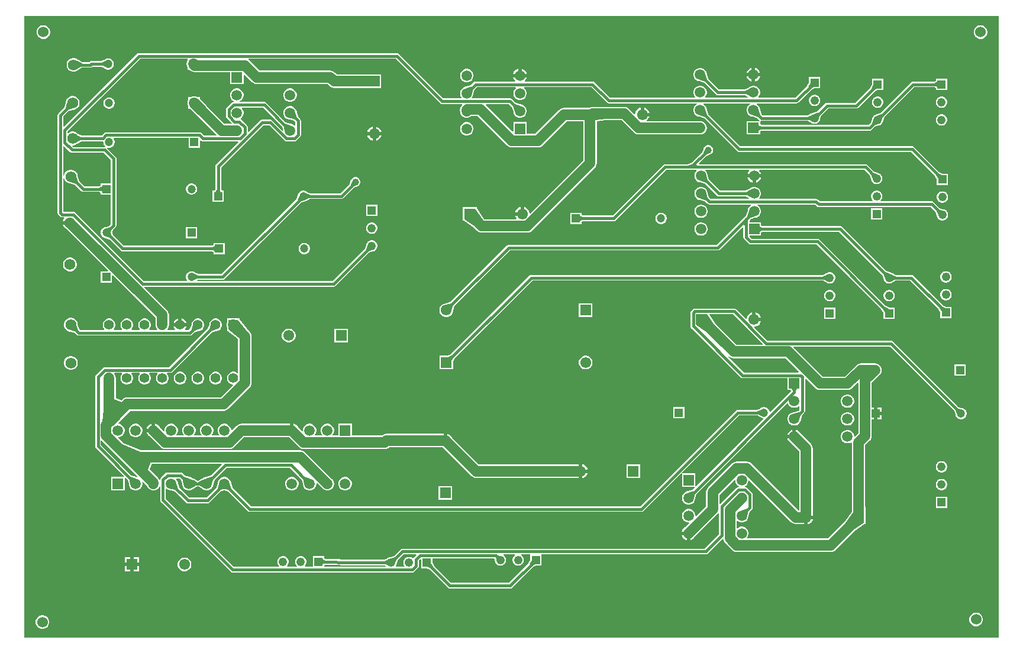
<source format=gbl>
G04*
G04 #@! TF.GenerationSoftware,Altium Limited,Altium Designer,22.7.1 (60)*
G04*
G04 Layer_Physical_Order=2*
G04 Layer_Color=16711680*
%FSLAX25Y25*%
%MOIN*%
G70*
G04*
G04 #@! TF.SameCoordinates,62B07443-8612-450D-B8CB-4F7C4A51FEE5*
G04*
G04*
G04 #@! TF.FilePolarity,Positive*
G04*
G01*
G75*
%ADD17R,0.06102X0.06102*%
%ADD18C,0.06102*%
%ADD19C,0.06181*%
%ADD20R,0.04724X0.04724*%
%ADD21C,0.04724*%
%ADD22R,0.06102X0.06102*%
%ADD33C,0.05906*%
%ADD34C,0.01500*%
%ADD35C,0.06000*%
%ADD36R,0.05906X0.05906*%
%ADD37C,0.05906*%
%ADD38R,0.04795X0.04795*%
%ADD39C,0.04795*%
%ADD40R,0.04795X0.04795*%
%ADD41R,0.05906X0.05906*%
%ADD42C,0.05512*%
%ADD43R,0.05512X0.05512*%
%ADD44C,0.05000*%
%ADD45C,0.03937*%
G36*
X550197Y1303D02*
X1303D01*
Y351697D01*
X550197D01*
Y1303D01*
D02*
G37*
%LPC*%
G36*
X540500Y346300D02*
X539500D01*
X538533Y346041D01*
X537667Y345541D01*
X536959Y344833D01*
X536459Y343967D01*
X536200Y343000D01*
Y342000D01*
X536459Y341033D01*
X536959Y340167D01*
X537667Y339459D01*
X538533Y338959D01*
X539500Y338700D01*
X540500D01*
X541467Y338959D01*
X542333Y339459D01*
X543041Y340167D01*
X543541Y341033D01*
X543800Y342000D01*
Y343000D01*
X543541Y343967D01*
X543041Y344833D01*
X542333Y345541D01*
X541467Y346041D01*
X540500Y346300D01*
D02*
G37*
G36*
X12500D02*
X11500D01*
X10533Y346041D01*
X9667Y345541D01*
X8959Y344833D01*
X8459Y343967D01*
X8200Y343000D01*
Y342000D01*
X8459Y341033D01*
X8959Y340167D01*
X9667Y339459D01*
X10533Y338959D01*
X11500Y338700D01*
X12500D01*
X13467Y338959D01*
X14333Y339459D01*
X15041Y340167D01*
X15541Y341033D01*
X15800Y342000D01*
Y343000D01*
X15541Y343967D01*
X15041Y344833D01*
X14333Y345541D01*
X13467Y346041D01*
X12500Y346300D01*
D02*
G37*
G36*
X29512Y327890D02*
X28488D01*
X27498Y327625D01*
X26611Y327113D01*
X25887Y326389D01*
X25375Y325502D01*
X25109Y324512D01*
Y323488D01*
X25375Y322498D01*
X25887Y321611D01*
X26611Y320887D01*
X27498Y320375D01*
X28488Y320110D01*
X29512D01*
X30502Y320375D01*
X31389Y320887D01*
X31651Y321149D01*
X34029Y322420D01*
X38500D01*
X39105Y322540D01*
X39617Y322883D01*
X39655Y322920D01*
X44720D01*
X46404Y322147D01*
X46582Y321970D01*
X47303Y321553D01*
X48107Y321338D01*
X48940D01*
X49744Y321553D01*
X50465Y321970D01*
X51054Y322558D01*
X51470Y323279D01*
X51686Y324084D01*
Y324916D01*
X51470Y325721D01*
X51054Y326442D01*
X50465Y327030D01*
X49744Y327447D01*
X48940Y327662D01*
X48107D01*
X47303Y327447D01*
X46582Y327030D01*
X46404Y326852D01*
X44720Y326080D01*
X39000D01*
X38395Y325960D01*
X37883Y325618D01*
X37845Y325580D01*
X34029D01*
X31651Y326851D01*
X31389Y327113D01*
X30502Y327625D01*
X29512Y327890D01*
D02*
G37*
G36*
X413000Y322324D02*
Y319500D01*
X415824D01*
X415683Y320026D01*
X415163Y320927D01*
X414427Y321663D01*
X413526Y322183D01*
X413000Y322324D01*
D02*
G37*
G36*
X411000D02*
X410474Y322183D01*
X409573Y321663D01*
X408837Y320927D01*
X408317Y320026D01*
X408176Y319500D01*
X411000D01*
Y322324D01*
D02*
G37*
G36*
X281500Y321824D02*
Y319000D01*
X284324D01*
X284183Y319526D01*
X283663Y320427D01*
X282927Y321163D01*
X282026Y321683D01*
X281500Y321824D01*
D02*
G37*
G36*
X279500D02*
X278974Y321683D01*
X278073Y321163D01*
X277337Y320427D01*
X276817Y319526D01*
X276676Y319000D01*
X279500D01*
Y321824D01*
D02*
G37*
G36*
X415824Y317500D02*
X413000D01*
Y314676D01*
X413526Y314817D01*
X414427Y315337D01*
X415163Y316073D01*
X415683Y316974D01*
X415824Y317500D01*
D02*
G37*
G36*
X411000D02*
X408176D01*
X408317Y316974D01*
X408837Y316073D01*
X409573Y315337D01*
X410474Y314817D01*
X411000Y314676D01*
Y317500D01*
D02*
G37*
G36*
X250994Y321753D02*
X250006D01*
X249051Y321497D01*
X248196Y321003D01*
X247497Y320304D01*
X247003Y319448D01*
X246747Y318494D01*
Y317506D01*
X247003Y316551D01*
X247497Y315696D01*
X248196Y314997D01*
X249051Y314503D01*
X250006Y314247D01*
X250994D01*
X251948Y314503D01*
X252804Y314997D01*
X253503Y315696D01*
X253997Y316551D01*
X254253Y317506D01*
Y318494D01*
X253997Y319448D01*
X253503Y320304D01*
X252804Y321003D01*
X251948Y321497D01*
X250994Y321753D01*
D02*
G37*
G36*
X211097Y330583D02*
X65762D01*
X65157Y330463D01*
X64645Y330120D01*
X23602Y289077D01*
X23140Y289269D01*
Y294905D01*
X26061Y297826D01*
X28641Y298609D01*
X29012D01*
X30002Y298875D01*
X30889Y299387D01*
X31613Y300111D01*
X32125Y300998D01*
X32391Y301988D01*
Y303012D01*
X32125Y304002D01*
X31613Y304889D01*
X30889Y305613D01*
X30002Y306125D01*
X29012Y306391D01*
X27988D01*
X26998Y306125D01*
X26111Y305613D01*
X25387Y304889D01*
X24875Y304002D01*
X24610Y303012D01*
Y302641D01*
X23826Y300061D01*
X20442Y296677D01*
X20099Y296164D01*
X19979Y295559D01*
Y240519D01*
X20099Y239914D01*
X20442Y239402D01*
X21321Y238523D01*
X21833Y238180D01*
X22438Y238060D01*
X23622D01*
X23813Y237598D01*
X23727Y237512D01*
X23188Y236579D01*
X23033Y236000D01*
X27000D01*
Y234000D01*
X23033D01*
X23188Y233421D01*
X23727Y232488D01*
X24488Y231727D01*
X25421Y231188D01*
X25548Y231154D01*
X48578Y208124D01*
X48387Y207662D01*
X44361D01*
Y201338D01*
X50686D01*
Y205363D01*
X51148Y205555D01*
X75215Y181487D01*
Y177500D01*
X75244Y177278D01*
Y177006D01*
X75315Y176742D01*
X75344Y176520D01*
X75429Y176313D01*
X75500Y176050D01*
X75636Y175814D01*
X75722Y175607D01*
X75858Y175430D01*
X75994Y175194D01*
X76111Y175078D01*
X76054Y174817D01*
X75882Y174578D01*
X71813D01*
X71606Y175078D01*
X71845Y175317D01*
X72314Y176128D01*
X72556Y177032D01*
Y177968D01*
X72314Y178873D01*
X71845Y179683D01*
X71183Y180345D01*
X70372Y180814D01*
X69468Y181056D01*
X68532D01*
X67628Y180814D01*
X66817Y180345D01*
X66155Y179683D01*
X65686Y178873D01*
X65444Y177968D01*
Y177032D01*
X65686Y176128D01*
X66155Y175317D01*
X66394Y175078D01*
X66186Y174578D01*
X61813D01*
X61606Y175078D01*
X61845Y175317D01*
X62314Y176128D01*
X62556Y177032D01*
Y177968D01*
X62314Y178873D01*
X61845Y179683D01*
X61183Y180345D01*
X60373Y180814D01*
X59468Y181056D01*
X58532D01*
X57627Y180814D01*
X56817Y180345D01*
X56155Y179683D01*
X55686Y178873D01*
X55444Y177968D01*
Y177032D01*
X55686Y176128D01*
X56155Y175317D01*
X56394Y175078D01*
X56186Y174578D01*
X51814D01*
X51606Y175078D01*
X51845Y175317D01*
X52314Y176128D01*
X52556Y177032D01*
Y177968D01*
X52314Y178873D01*
X51845Y179683D01*
X51183Y180345D01*
X50372Y180814D01*
X49468Y181056D01*
X48532D01*
X47627Y180814D01*
X46817Y180345D01*
X46155Y179683D01*
X45686Y178873D01*
X45444Y177968D01*
Y177032D01*
X45686Y176128D01*
X46155Y175317D01*
X46394Y175078D01*
X46187Y174578D01*
X32657D01*
X32174Y175061D01*
X31391Y177641D01*
Y178012D01*
X31125Y179002D01*
X30613Y179889D01*
X29889Y180613D01*
X29002Y181125D01*
X28012Y181391D01*
X26988D01*
X25998Y181125D01*
X25111Y180613D01*
X24387Y179889D01*
X23875Y179002D01*
X23609Y178012D01*
Y176988D01*
X23875Y175998D01*
X24387Y175111D01*
X25111Y174387D01*
X25998Y173875D01*
X26988Y173609D01*
X27359D01*
X29939Y172826D01*
X30885Y171880D01*
X31398Y171537D01*
X32003Y171417D01*
X94497D01*
X95102Y171537D01*
X95615Y171880D01*
X96956Y173222D01*
X99151Y173944D01*
X99468D01*
X100373Y174186D01*
X101183Y174655D01*
X101845Y175317D01*
X102314Y176128D01*
X102556Y177032D01*
Y177968D01*
X102314Y178873D01*
X101845Y179683D01*
X101183Y180345D01*
X100373Y180814D01*
X99468Y181056D01*
X98532D01*
X97628Y180814D01*
X96817Y180345D01*
X96155Y179683D01*
X95686Y178873D01*
X95444Y177968D01*
Y177650D01*
X94722Y175456D01*
X93843Y174578D01*
X92043D01*
X91851Y175040D01*
X92005Y175194D01*
X92500Y176050D01*
X92620Y176500D01*
X89000D01*
X85380D01*
X85500Y176050D01*
X85994Y175194D01*
X86149Y175040D01*
X85957Y174578D01*
X82118D01*
X81946Y174817D01*
X81889Y175078D01*
X82006Y175194D01*
X82142Y175430D01*
X82278Y175607D01*
X82364Y175814D01*
X82500Y176050D01*
X82570Y176313D01*
X82656Y176520D01*
X82685Y176742D01*
X82756Y177006D01*
Y177278D01*
X82785Y177500D01*
Y183055D01*
X82656Y184035D01*
X82278Y184948D01*
X81677Y185732D01*
X68863Y198546D01*
X69054Y199007D01*
X175588D01*
X176193Y199128D01*
X176705Y199470D01*
X195385Y218150D01*
X197163Y218802D01*
X197421D01*
X198234Y219020D01*
X198963Y219441D01*
X199559Y220037D01*
X199980Y220766D01*
X200198Y221579D01*
Y222421D01*
X199980Y223234D01*
X199559Y223963D01*
X198963Y224559D01*
X198234Y224980D01*
X197421Y225198D01*
X196579D01*
X195766Y224980D01*
X195037Y224559D01*
X194441Y223963D01*
X194020Y223234D01*
X193802Y222421D01*
Y222163D01*
X193150Y220385D01*
X174933Y202168D01*
X98813D01*
X98706Y202657D01*
X99280Y202920D01*
X112976D01*
X113581Y203040D01*
X114094Y203382D01*
X156904Y246193D01*
X158641Y246838D01*
X158893D01*
X159697Y247053D01*
X160418Y247470D01*
X160596Y247648D01*
X162280Y248420D01*
X179800D01*
X180405Y248540D01*
X180918Y248883D01*
X186712Y254677D01*
X187986Y255231D01*
X188164D01*
X188869Y255420D01*
X189500Y255785D01*
X190015Y256300D01*
X190380Y256931D01*
X190568Y257635D01*
Y258365D01*
X190380Y259069D01*
X190015Y259700D01*
X189500Y260215D01*
X188869Y260580D01*
X188164Y260769D01*
X187435D01*
X186731Y260580D01*
X186100Y260215D01*
X185585Y259700D01*
X185220Y259069D01*
X185031Y258365D01*
Y258186D01*
X184477Y256912D01*
X179145Y251580D01*
X162280D01*
X160596Y252352D01*
X160418Y252530D01*
X159697Y252947D01*
X158893Y253162D01*
X158060D01*
X157256Y252947D01*
X156535Y252530D01*
X155946Y251942D01*
X155530Y251221D01*
X155314Y250416D01*
Y250165D01*
X154669Y248428D01*
X112322Y206080D01*
X99280D01*
X97596Y206853D01*
X97418Y207030D01*
X96697Y207447D01*
X95893Y207662D01*
X95060D01*
X94256Y207447D01*
X93535Y207030D01*
X92946Y206442D01*
X92530Y205721D01*
X92314Y204916D01*
Y204084D01*
X92530Y203279D01*
X92883Y202668D01*
X92696Y202168D01*
X68629D01*
X30040Y240758D01*
X29527Y241101D01*
X28922Y241221D01*
X23140D01*
Y260309D01*
X23640Y260375D01*
X23875Y259498D01*
X24387Y258611D01*
X25111Y257887D01*
X25998Y257375D01*
X26988Y257109D01*
X27359D01*
X29939Y256326D01*
X33382Y252883D01*
X33895Y252540D01*
X34500Y252420D01*
X43512D01*
X44361Y251998D01*
Y250838D01*
X49920D01*
Y234107D01*
X49119Y233307D01*
X47382Y232662D01*
X47131D01*
X46327Y232447D01*
X45606Y232030D01*
X45017Y231442D01*
X44600Y230721D01*
X44385Y229916D01*
Y229084D01*
X44600Y228279D01*
X45017Y227558D01*
X45606Y226970D01*
X46327Y226553D01*
X47131Y226338D01*
X47382D01*
X49119Y225693D01*
X55430Y219383D01*
X55942Y219040D01*
X56547Y218920D01*
X106988D01*
X107838Y218498D01*
Y217338D01*
X114162D01*
Y223662D01*
X107838D01*
Y222502D01*
X106988Y222080D01*
X57202D01*
X51354Y227928D01*
X50771Y229500D01*
X51354Y231072D01*
X52618Y232335D01*
X52960Y232848D01*
X53080Y233453D01*
Y271200D01*
X52960Y271805D01*
X52618Y272318D01*
X47935Y277000D01*
X48193Y277449D01*
X48607Y277338D01*
X49440D01*
X50244Y277553D01*
X50965Y277970D01*
X51554Y278558D01*
X51970Y279279D01*
X52186Y280084D01*
Y280916D01*
X51970Y281721D01*
X51617Y282332D01*
X51804Y282832D01*
X93814D01*
Y277338D01*
X100139D01*
Y281366D01*
X100601Y281557D01*
X100778Y281380D01*
X101291Y281037D01*
X101896Y280917D01*
X121649D01*
X121841Y280455D01*
X109406Y268021D01*
X109063Y267508D01*
X108943Y266903D01*
Y254012D01*
X108522Y253162D01*
X107361D01*
Y246838D01*
X113686D01*
Y253162D01*
X112525D01*
X112104Y254012D01*
Y266248D01*
X135778Y289922D01*
X139243D01*
X147785Y281380D01*
X148298Y281037D01*
X148903Y280917D01*
X153497D01*
X154102Y281037D01*
X154615Y281380D01*
X156718Y283483D01*
X157060Y283995D01*
X157180Y284600D01*
Y292400D01*
X157060Y293005D01*
X156718Y293517D01*
X155511Y294724D01*
X154753Y297145D01*
Y297494D01*
X154497Y298448D01*
X154003Y299304D01*
X153304Y300003D01*
X152448Y300497D01*
X151494Y300753D01*
X150506D01*
X149551Y300497D01*
X148696Y300003D01*
X147997Y299304D01*
X147503Y298448D01*
X147247Y297494D01*
Y296506D01*
X147503Y295551D01*
X147997Y294696D01*
X148696Y293997D01*
X149551Y293503D01*
X150506Y293247D01*
X150855D01*
X153277Y292489D01*
X154020Y291745D01*
Y289995D01*
X153520Y289788D01*
X153304Y290003D01*
X152448Y290497D01*
X151494Y290753D01*
X151145D01*
X148723Y291512D01*
X137615Y302620D01*
X137102Y302963D01*
X136497Y303083D01*
X122721D01*
X122587Y303583D01*
X123304Y303997D01*
X124003Y304696D01*
X124497Y305552D01*
X124753Y306506D01*
Y307494D01*
X124497Y308449D01*
X124003Y309304D01*
X123304Y310003D01*
X122449Y310497D01*
X121494Y310753D01*
X120506D01*
X119552Y310497D01*
X118696Y310003D01*
X117997Y309304D01*
X117503Y308449D01*
X117247Y307494D01*
Y306506D01*
X117503Y305552D01*
X117997Y304696D01*
X118696Y303997D01*
X119413Y303583D01*
X119279Y303083D01*
X119135D01*
X118530Y302963D01*
X118017Y302620D01*
X115380Y299983D01*
X115037Y299470D01*
X114917Y298865D01*
Y295135D01*
X115037Y294530D01*
X115380Y294017D01*
X118112Y291285D01*
X117905Y290785D01*
X114044D01*
X103908Y300921D01*
X100339Y304939D01*
Y305862D01*
X98666D01*
X97956Y306156D01*
X96976Y306285D01*
X95997Y306156D01*
X95287Y305862D01*
X93614D01*
Y304189D01*
X93320Y303480D01*
X93191Y302500D01*
X93320Y301520D01*
X93614Y300811D01*
Y299138D01*
X94537D01*
X98555Y295568D01*
X109546Y284578D01*
X109339Y284078D01*
X102550D01*
X101098Y285530D01*
X100585Y285872D01*
X99981Y285993D01*
X47403D01*
X46798Y285872D01*
X46286Y285530D01*
X44836Y284080D01*
X33529D01*
X31151Y285351D01*
X30889Y285613D01*
X30002Y286125D01*
X29012Y286390D01*
X27988D01*
X26998Y286125D01*
X26111Y285613D01*
X25902Y285404D01*
X25440Y285595D01*
Y286445D01*
X66417Y327422D01*
X93314D01*
Y326543D01*
X93198Y326393D01*
X92820Y325480D01*
X92691Y324500D01*
X92820Y323520D01*
X93198Y322607D01*
X93314Y322457D01*
Y321338D01*
X94309D01*
X94618Y321029D01*
X95402Y320427D01*
X96315Y320049D01*
X97294Y319920D01*
X117247D01*
Y313247D01*
X124753D01*
Y318454D01*
X125215Y318645D01*
X129536Y314323D01*
X130320Y313722D01*
X131233Y313344D01*
X132213Y313215D01*
X172064D01*
X173192Y312087D01*
X173976Y311486D01*
X174888Y311108D01*
X175868Y310979D01*
X190691D01*
X194649Y310921D01*
Y310913D01*
X195204D01*
X195449Y310909D01*
X195455Y310910D01*
X195461Y310909D01*
X195479Y310913D01*
X202351D01*
Y318615D01*
X195479D01*
X195461Y318619D01*
X195455Y318618D01*
X195449Y318619D01*
X195204Y318615D01*
X194649D01*
Y318607D01*
X190691Y318549D01*
X177436D01*
X176308Y319676D01*
X175524Y320278D01*
X174612Y320656D01*
X173632Y320785D01*
X133781D01*
X128184Y326382D01*
X127480Y326922D01*
X127521Y327232D01*
X127614Y327422D01*
X210443D01*
X235485Y302380D01*
X235998Y302037D01*
X236603Y301917D01*
X247862D01*
X248069Y301417D01*
X247824Y301171D01*
X247222Y300387D01*
X246844Y299474D01*
X246715Y298495D01*
Y298000D01*
X246747Y297754D01*
Y297506D01*
X246812Y297266D01*
X246844Y297020D01*
X246939Y296791D01*
X247003Y296551D01*
X247127Y296337D01*
X247222Y296107D01*
X247373Y295911D01*
X247497Y295696D01*
X247673Y295520D01*
X247824Y295323D01*
X248020Y295173D01*
X248196Y294997D01*
X248411Y294873D01*
X248607Y294722D01*
X248837Y294627D01*
X249051Y294503D01*
X249291Y294439D01*
X249520Y294344D01*
X249766Y294311D01*
X250006Y294247D01*
X250254D01*
X250500Y294215D01*
X250746Y294247D01*
X250994D01*
X251234Y294311D01*
X251480Y294344D01*
X251709Y294439D01*
X251948Y294503D01*
X252163Y294627D01*
X252393Y294722D01*
X252589Y294873D01*
X252804Y294997D01*
X252980Y295173D01*
X253028Y295209D01*
X256725D01*
X273316Y278618D01*
X274100Y278016D01*
X275013Y277638D01*
X275993Y277509D01*
X290581D01*
X291560Y277638D01*
X292473Y278016D01*
X293257Y278618D01*
X306854Y292215D01*
X312163D01*
X316121Y292157D01*
Y292149D01*
X316129D01*
X316187Y288191D01*
Y270154D01*
X286277Y240244D01*
X285815Y240435D01*
Y240533D01*
X285539Y241564D01*
X285005Y242488D01*
X284251Y243242D01*
X283328Y243775D01*
X282764Y243926D01*
Y240000D01*
X281764D01*
Y239000D01*
X277838D01*
X277989Y238436D01*
X278522Y237512D01*
X278591Y237443D01*
X278400Y236981D01*
X260608D01*
X260029Y237560D01*
X256087Y243298D01*
Y243851D01*
X255294D01*
X255275Y243855D01*
X255257Y243851D01*
X248385D01*
Y236979D01*
X248381Y236961D01*
X248385Y236942D01*
Y236149D01*
X248938D01*
X254676Y232207D01*
X256364Y230520D01*
X257148Y229918D01*
X258061Y229540D01*
X259040Y229411D01*
X284582D01*
X285562Y229540D01*
X286475Y229918D01*
X287259Y230520D01*
X322649Y265910D01*
X323250Y266694D01*
X323629Y267607D01*
X323758Y268586D01*
Y288191D01*
X323815Y292149D01*
X323824D01*
Y292222D01*
X328789Y292715D01*
X337810D01*
X344701Y285823D01*
X345485Y285222D01*
X346398Y284844D01*
X347378Y284715D01*
X382000D01*
X382246Y284747D01*
X382494D01*
X382734Y284811D01*
X382980Y284844D01*
X383209Y284939D01*
X383449Y285003D01*
X383663Y285127D01*
X383893Y285222D01*
X384089Y285373D01*
X384304Y285497D01*
X384480Y285672D01*
X384677Y285823D01*
X384827Y286020D01*
X385003Y286196D01*
X385127Y286411D01*
X385278Y286607D01*
X385373Y286837D01*
X385497Y287052D01*
X385561Y287291D01*
X385656Y287520D01*
X385688Y287766D01*
X385753Y288006D01*
Y288254D01*
X385785Y288500D01*
X385753Y288746D01*
Y288994D01*
X385688Y289234D01*
X385656Y289480D01*
X385561Y289709D01*
X385497Y289949D01*
X385373Y290163D01*
X385278Y290393D01*
X385127Y290589D01*
X385003Y290804D01*
X384827Y290980D01*
X384677Y291177D01*
X384480Y291328D01*
X384304Y291503D01*
X384089Y291627D01*
X383893Y291778D01*
X383663Y291873D01*
X383449Y291997D01*
X383209Y292061D01*
X382980Y292156D01*
X382734Y292189D01*
X382494Y292253D01*
X382246D01*
X382000Y292285D01*
X352114D01*
X352028Y292607D01*
X352014Y292785D01*
X352742Y293513D01*
X353275Y294436D01*
X353426Y295000D01*
X349500D01*
Y296000D01*
X348500D01*
Y299926D01*
X347936Y299775D01*
X347012Y299242D01*
X346258Y298487D01*
X345725Y297564D01*
X345449Y296533D01*
Y296435D01*
X344987Y296244D01*
X342054Y299177D01*
X341270Y299778D01*
X340357Y300156D01*
X339378Y300285D01*
X321500D01*
X320520Y300156D01*
X319784Y299851D01*
X316952D01*
X316933Y299855D01*
X316927Y299854D01*
X316921Y299855D01*
X316677Y299851D01*
X316121D01*
Y299843D01*
X312163Y299785D01*
X305286D01*
X304307Y299656D01*
X303394Y299278D01*
X302610Y298676D01*
X289013Y285080D01*
X284253D01*
Y291753D01*
X276747D01*
Y286546D01*
X276285Y286355D01*
X261223Y301417D01*
X261431Y301917D01*
X274348D01*
X275989Y300276D01*
X276747Y297855D01*
Y297506D01*
X277003Y296551D01*
X277497Y295696D01*
X278196Y294997D01*
X279051Y294503D01*
X280006Y294247D01*
X280994D01*
X281948Y294503D01*
X282804Y294997D01*
X283503Y295696D01*
X283997Y296551D01*
X284253Y297506D01*
Y298494D01*
X283997Y299448D01*
X283503Y300304D01*
X282804Y301003D01*
X281948Y301497D01*
X280994Y301753D01*
X280645D01*
X278223Y302512D01*
X276120Y304615D01*
X275607Y304957D01*
X275003Y305078D01*
X253538D01*
X253347Y305540D01*
X253503Y305696D01*
X253997Y306552D01*
X254253Y307506D01*
Y307855D01*
X255012Y310277D01*
X256155Y311420D01*
X277995D01*
X278112Y310920D01*
X277497Y310304D01*
X277003Y309449D01*
X276747Y308494D01*
Y307506D01*
X277003Y306552D01*
X277497Y305696D01*
X278196Y304997D01*
X279051Y304503D01*
X280006Y304247D01*
X280994D01*
X281948Y304503D01*
X282804Y304997D01*
X283503Y305696D01*
X283997Y306552D01*
X284253Y307506D01*
Y308494D01*
X283997Y309449D01*
X283503Y310304D01*
X282888Y310920D01*
X283005Y311420D01*
X320745D01*
X329382Y302783D01*
X329895Y302440D01*
X330500Y302320D01*
X380110D01*
X380244Y301820D01*
X379696Y301503D01*
X378997Y300804D01*
X378503Y299949D01*
X378247Y298994D01*
Y298006D01*
X378503Y297052D01*
X378997Y296196D01*
X379696Y295497D01*
X380552Y295003D01*
X381506Y294747D01*
X381855D01*
X384277Y293988D01*
X402882Y275382D01*
X403395Y275040D01*
X404000Y274920D01*
X500845D01*
X514406Y261359D01*
X515302Y259586D01*
Y256302D01*
X521698D01*
Y262698D01*
X518414D01*
X516641Y263594D01*
X502618Y277618D01*
X502105Y277960D01*
X501500Y278080D01*
X404655D01*
X386511Y296223D01*
X385753Y298645D01*
Y298994D01*
X385497Y299949D01*
X385003Y300804D01*
X384304Y301503D01*
X383756Y301820D01*
X383890Y302320D01*
X410110D01*
X410244Y301820D01*
X409696Y301503D01*
X408997Y300804D01*
X408503Y299949D01*
X408247Y298994D01*
Y298006D01*
X408503Y297052D01*
X408997Y296196D01*
X409696Y295497D01*
X410552Y295003D01*
X411506Y294747D01*
X411855D01*
X414277Y293988D01*
X415299Y292966D01*
X415516Y292551D01*
Y292551D01*
X415516D01*
X415425Y292253D01*
X415324Y292253D01*
X415324Y292253D01*
X415324Y292253D01*
X408247D01*
Y284747D01*
X415753D01*
Y286498D01*
X416602Y286920D01*
X477500D01*
X478105Y287040D01*
X478617Y287383D01*
X480385Y289150D01*
X482163Y289802D01*
X482421D01*
X483234Y290020D01*
X483963Y290441D01*
X484559Y291037D01*
X484980Y291766D01*
X485198Y292579D01*
Y292837D01*
X485850Y294615D01*
X502655Y311420D01*
X513953D01*
X514802Y310998D01*
Y309802D01*
X521198D01*
Y316198D01*
X514802D01*
Y315002D01*
X513953Y314580D01*
X502000D01*
X501395Y314460D01*
X500882Y314118D01*
X483615Y296850D01*
X481837Y296198D01*
X481579D01*
X480766Y295980D01*
X480037Y295559D01*
X479441Y294963D01*
X479020Y294234D01*
X478802Y293421D01*
Y293163D01*
X478150Y291385D01*
X476845Y290080D01*
X416602D01*
X415753Y290502D01*
X415753Y292080D01*
X415958Y292288D01*
X415958D01*
X416426Y292434D01*
X416500Y292420D01*
X442636D01*
X444354Y291623D01*
X444537Y291441D01*
X445266Y291020D01*
X446079Y290802D01*
X446921D01*
X447734Y291020D01*
X448463Y291441D01*
X449059Y292037D01*
X449480Y292766D01*
X449698Y293579D01*
Y293837D01*
X450350Y295615D01*
X454155Y299420D01*
X470000D01*
X470605Y299540D01*
X471117Y299883D01*
X480139Y308904D01*
X481936Y309802D01*
X485198D01*
Y316198D01*
X478802D01*
Y312936D01*
X477904Y311139D01*
X469345Y302580D01*
X453500D01*
X452895Y302460D01*
X452383Y302117D01*
X448115Y297850D01*
X446337Y297198D01*
X446079D01*
X445266Y296980D01*
X444537Y296559D01*
X444354Y296376D01*
X442636Y295580D01*
X417155D01*
X416511Y296223D01*
X415753Y298645D01*
Y298994D01*
X415497Y299949D01*
X415003Y300804D01*
X414304Y301503D01*
X413756Y301820D01*
X413890Y302320D01*
X436400D01*
X437005Y302440D01*
X437517Y302783D01*
X444639Y309904D01*
X446436Y310802D01*
X449698D01*
Y317198D01*
X443302D01*
Y313936D01*
X442404Y312139D01*
X435745Y305480D01*
X414995D01*
X414788Y305980D01*
X415003Y306196D01*
X415497Y307051D01*
X415753Y308006D01*
Y308994D01*
X415497Y309948D01*
X415003Y310804D01*
X414304Y311503D01*
X413448Y311997D01*
X412494Y312253D01*
X411506D01*
X410552Y311997D01*
X409696Y311503D01*
X409449Y311256D01*
X407200Y310080D01*
X392655D01*
X386511Y316224D01*
X385753Y318645D01*
Y318994D01*
X385497Y319949D01*
X385003Y320804D01*
X384304Y321503D01*
X383449Y321997D01*
X382494Y322253D01*
X381506D01*
X380552Y321997D01*
X379696Y321503D01*
X378997Y320804D01*
X378503Y319949D01*
X378247Y318994D01*
Y318006D01*
X378503Y317052D01*
X378997Y316196D01*
X379696Y315497D01*
X380552Y315003D01*
X381506Y314747D01*
X381855D01*
X384277Y313988D01*
X390882Y307382D01*
X391395Y307040D01*
X392000Y306920D01*
X407200D01*
X408997Y305980D01*
X408874Y305480D01*
X384995D01*
X384788Y305980D01*
X385003Y306196D01*
X385497Y307051D01*
X385753Y308006D01*
Y308994D01*
X385497Y309948D01*
X385003Y310804D01*
X384304Y311503D01*
X383449Y311997D01*
X382494Y312253D01*
X381506D01*
X380552Y311997D01*
X379696Y311503D01*
X378997Y310804D01*
X378503Y309948D01*
X378247Y308994D01*
Y308006D01*
X378503Y307051D01*
X378997Y306196D01*
X379212Y305980D01*
X379005Y305480D01*
X331155D01*
X322517Y314118D01*
X322005Y314460D01*
X321400Y314580D01*
X283378D01*
X283170Y315080D01*
X283663Y315573D01*
X284183Y316474D01*
X284324Y317000D01*
X280500D01*
X276676D01*
X276817Y316474D01*
X277337Y315573D01*
X277830Y315080D01*
X277623Y314580D01*
X255500D01*
X254895Y314460D01*
X254382Y314118D01*
X252777Y312511D01*
X250355Y311753D01*
X250006D01*
X249051Y311497D01*
X248196Y311003D01*
X247497Y310304D01*
X247003Y309449D01*
X246747Y308494D01*
Y307506D01*
X247003Y306552D01*
X247497Y305696D01*
X247653Y305540D01*
X247462Y305078D01*
X237257D01*
X212215Y330120D01*
X211702Y330463D01*
X211097Y330583D01*
D02*
G37*
G36*
X151494Y310753D02*
X150506D01*
X149551Y310497D01*
X148696Y310003D01*
X147997Y309304D01*
X147503Y308449D01*
X147247Y307494D01*
Y306506D01*
X147503Y305552D01*
X147997Y304696D01*
X148696Y303997D01*
X149551Y303503D01*
X150506Y303247D01*
X151494D01*
X152448Y303503D01*
X153304Y303997D01*
X154003Y304696D01*
X154497Y305552D01*
X154753Y306506D01*
Y307494D01*
X154497Y308449D01*
X154003Y309304D01*
X153304Y310003D01*
X152448Y310497D01*
X151494Y310753D01*
D02*
G37*
G36*
X446921Y307198D02*
X446079D01*
X445266Y306980D01*
X444537Y306559D01*
X443941Y305963D01*
X443520Y305234D01*
X443302Y304421D01*
Y303579D01*
X443520Y302766D01*
X443941Y302037D01*
X444537Y301441D01*
X445266Y301020D01*
X446079Y300802D01*
X446921D01*
X447734Y301020D01*
X448463Y301441D01*
X449059Y302037D01*
X449480Y302766D01*
X449698Y303579D01*
Y304421D01*
X449480Y305234D01*
X449059Y305963D01*
X448463Y306559D01*
X447734Y306980D01*
X446921Y307198D01*
D02*
G37*
G36*
X518421Y306198D02*
X517579D01*
X516766Y305980D01*
X516037Y305559D01*
X515441Y304963D01*
X515020Y304234D01*
X514802Y303421D01*
Y302579D01*
X515020Y301766D01*
X515441Y301037D01*
X516037Y300441D01*
X516766Y300020D01*
X517579Y299802D01*
X518421D01*
X519234Y300020D01*
X519963Y300441D01*
X520559Y301037D01*
X520980Y301766D01*
X521198Y302579D01*
Y303421D01*
X520980Y304234D01*
X520559Y304963D01*
X519963Y305559D01*
X519234Y305980D01*
X518421Y306198D01*
D02*
G37*
G36*
X482421D02*
X481579D01*
X480766Y305980D01*
X480037Y305559D01*
X479441Y304963D01*
X479020Y304234D01*
X478802Y303421D01*
Y302579D01*
X479020Y301766D01*
X479441Y301037D01*
X480037Y300441D01*
X480766Y300020D01*
X481579Y299802D01*
X482421D01*
X483234Y300020D01*
X483963Y300441D01*
X484559Y301037D01*
X484980Y301766D01*
X485198Y302579D01*
Y303421D01*
X484980Y304234D01*
X484559Y304963D01*
X483963Y305559D01*
X483234Y305980D01*
X482421Y306198D01*
D02*
G37*
G36*
X49440Y305662D02*
X48607D01*
X47803Y305447D01*
X47082Y305030D01*
X46493Y304442D01*
X46077Y303721D01*
X45861Y302916D01*
Y302084D01*
X46077Y301279D01*
X46493Y300558D01*
X47082Y299970D01*
X47803Y299553D01*
X48607Y299338D01*
X49440D01*
X50244Y299553D01*
X50965Y299970D01*
X51554Y300558D01*
X51970Y301279D01*
X52186Y302084D01*
Y302916D01*
X51970Y303721D01*
X51554Y304442D01*
X50965Y305030D01*
X50244Y305447D01*
X49440Y305662D01*
D02*
G37*
G36*
X350500Y299926D02*
Y297000D01*
X353426D01*
X353275Y297564D01*
X352742Y298487D01*
X351988Y299242D01*
X351064Y299775D01*
X350500Y299926D01*
D02*
G37*
G36*
X518421Y296198D02*
X517579D01*
X516766Y295980D01*
X516037Y295559D01*
X515441Y294963D01*
X515020Y294234D01*
X514802Y293421D01*
Y292579D01*
X515020Y291766D01*
X515441Y291037D01*
X516037Y290441D01*
X516766Y290020D01*
X517579Y289802D01*
X518421D01*
X519234Y290020D01*
X519963Y290441D01*
X520559Y291037D01*
X520980Y291766D01*
X521198Y292579D01*
Y293421D01*
X520980Y294234D01*
X520559Y294963D01*
X519963Y295559D01*
X519234Y295980D01*
X518421Y296198D01*
D02*
G37*
G36*
X199500Y289162D02*
Y286236D01*
X202426D01*
X202275Y286800D01*
X201742Y287724D01*
X200988Y288478D01*
X200064Y289011D01*
X199500Y289162D01*
D02*
G37*
G36*
X197500D02*
X196936Y289011D01*
X196012Y288478D01*
X195258Y287724D01*
X194725Y286800D01*
X194574Y286236D01*
X197500D01*
Y289162D01*
D02*
G37*
G36*
X250994Y291753D02*
X250006D01*
X249051Y291497D01*
X248196Y291003D01*
X247497Y290304D01*
X247003Y289448D01*
X246747Y288494D01*
Y287506D01*
X247003Y286551D01*
X247497Y285696D01*
X248196Y284997D01*
X249051Y284503D01*
X250006Y284247D01*
X250994D01*
X251948Y284503D01*
X252804Y284997D01*
X253503Y285696D01*
X253997Y286551D01*
X254253Y287506D01*
Y288494D01*
X253997Y289448D01*
X253503Y290304D01*
X252804Y291003D01*
X251948Y291497D01*
X250994Y291753D01*
D02*
G37*
G36*
X202426Y284236D02*
X199500D01*
Y281310D01*
X200064Y281461D01*
X200988Y281995D01*
X201742Y282749D01*
X202275Y283672D01*
X202426Y284236D01*
D02*
G37*
G36*
X197500D02*
X194574D01*
X194725Y283672D01*
X195258Y282749D01*
X196012Y281995D01*
X196936Y281461D01*
X197500Y281310D01*
Y284236D01*
D02*
G37*
G36*
X416324Y260500D02*
X413500D01*
Y257676D01*
X414026Y257817D01*
X414927Y258337D01*
X415663Y259073D01*
X416183Y259974D01*
X416324Y260500D01*
D02*
G37*
G36*
X411500D02*
X408676D01*
X408817Y259974D01*
X409337Y259073D01*
X410073Y258337D01*
X410974Y257817D01*
X411500Y257676D01*
Y260500D01*
D02*
G37*
G36*
X386965Y278768D02*
X386235D01*
X385531Y278580D01*
X384900Y278215D01*
X384385Y277700D01*
X384020Y277069D01*
X383832Y276364D01*
Y276186D01*
X383277Y274912D01*
X377253Y268887D01*
X375063Y267980D01*
X362300D01*
X361695Y267860D01*
X361182Y267517D01*
X332745Y239080D01*
X316035D01*
X315186Y239502D01*
Y240662D01*
X308861D01*
Y234338D01*
X315186D01*
Y235498D01*
X316035Y235920D01*
X333400D01*
X334005Y236040D01*
X334518Y236383D01*
X362955Y264820D01*
X379805D01*
X380012Y264320D01*
X379497Y263804D01*
X379003Y262948D01*
X378747Y261994D01*
Y261006D01*
X379003Y260051D01*
X379497Y259196D01*
X380196Y258497D01*
X381051Y258003D01*
X382006Y257747D01*
X382355D01*
X384776Y256989D01*
X391383Y250382D01*
X391895Y250040D01*
X392500Y249920D01*
X407700D01*
X409497Y248980D01*
X409374Y248480D01*
X387755D01*
X387012Y249223D01*
X386253Y251645D01*
Y251994D01*
X385997Y252948D01*
X385503Y253804D01*
X384804Y254503D01*
X383948Y254997D01*
X382994Y255253D01*
X382006D01*
X381051Y254997D01*
X380196Y254503D01*
X379497Y253804D01*
X379003Y252948D01*
X378747Y251994D01*
Y251006D01*
X379003Y250051D01*
X379497Y249196D01*
X380196Y248497D01*
X381051Y248003D01*
X382006Y247747D01*
X382355D01*
X384776Y246989D01*
X385982Y245782D01*
X386495Y245440D01*
X387100Y245320D01*
X410610D01*
X410744Y244820D01*
X410196Y244503D01*
X409497Y243804D01*
X409003Y242949D01*
X408747Y241994D01*
Y241645D01*
X407989Y239224D01*
X406782Y238018D01*
X391345Y222580D01*
X274236D01*
X273631Y222460D01*
X273119Y222117D01*
X241392Y190391D01*
X238858Y189615D01*
X238493D01*
X237513Y189353D01*
X236635Y188846D01*
X235918Y188128D01*
X235411Y187250D01*
X235149Y186271D01*
Y185257D01*
X235411Y184277D01*
X235918Y183399D01*
X236635Y182682D01*
X237513Y182175D01*
X238493Y181913D01*
X239507D01*
X240487Y182175D01*
X241365Y182682D01*
X242082Y183399D01*
X242589Y184277D01*
X242851Y185257D01*
Y185622D01*
X243627Y188156D01*
X274891Y219420D01*
X392000D01*
X392605Y219540D01*
X393117Y219882D01*
X405820Y232585D01*
X406320Y232378D01*
Y226900D01*
X406440Y226295D01*
X406782Y225782D01*
X409282Y223283D01*
X409795Y222940D01*
X410400Y222820D01*
X447445D01*
X484406Y185859D01*
X485302Y184086D01*
Y180802D01*
X491698D01*
Y187198D01*
X488414D01*
X486641Y188094D01*
X449218Y225518D01*
X448705Y225860D01*
X448100Y225980D01*
X411055D01*
X409788Y227247D01*
X409995Y227747D01*
X416253D01*
Y229498D01*
X417102Y229920D01*
X460345D01*
X484650Y205615D01*
X485302Y203837D01*
Y203579D01*
X485520Y202766D01*
X485941Y202037D01*
X486537Y201441D01*
X487266Y201020D01*
X488079Y200802D01*
X488921D01*
X489734Y201020D01*
X490463Y201441D01*
X490646Y201624D01*
X492364Y202420D01*
X500345D01*
X516406Y186359D01*
X517302Y184586D01*
Y181302D01*
X523698D01*
Y187698D01*
X520414D01*
X518641Y188594D01*
X502117Y205118D01*
X501605Y205460D01*
X501000Y205580D01*
X492364D01*
X490646Y206377D01*
X490463Y206559D01*
X489734Y206980D01*
X488921Y207198D01*
X488663D01*
X486885Y207850D01*
X462117Y232617D01*
X461605Y232960D01*
X461000Y233080D01*
X417102D01*
X416253Y233502D01*
Y235253D01*
X410051D01*
X409773Y235668D01*
X410334Y237023D01*
X412645Y237747D01*
X412994D01*
X413948Y238003D01*
X414804Y238497D01*
X415503Y239196D01*
X415997Y240052D01*
X416253Y241006D01*
Y241994D01*
X415997Y242949D01*
X415503Y243804D01*
X414804Y244503D01*
X414256Y244820D01*
X414390Y245320D01*
X446745D01*
X447683Y244383D01*
X448195Y244040D01*
X448800Y243920D01*
X511845D01*
X514650Y241115D01*
X515302Y239337D01*
Y239079D01*
X515520Y238266D01*
X515941Y237537D01*
X516537Y236941D01*
X517266Y236520D01*
X518079Y236302D01*
X518921D01*
X519734Y236520D01*
X520463Y236941D01*
X521059Y237537D01*
X521480Y238266D01*
X521698Y239079D01*
Y239921D01*
X521480Y240734D01*
X521059Y241463D01*
X520463Y242059D01*
X519734Y242480D01*
X518921Y242698D01*
X518663D01*
X516885Y243350D01*
X513618Y246618D01*
X513105Y246960D01*
X512500Y247080D01*
X483799D01*
X483603Y247580D01*
X484059Y248037D01*
X484480Y248766D01*
X484698Y249579D01*
Y250421D01*
X484480Y251234D01*
X484059Y251963D01*
X483463Y252559D01*
X482734Y252980D01*
X481921Y253198D01*
X481079D01*
X480266Y252980D01*
X479537Y252559D01*
X478941Y251963D01*
X478520Y251234D01*
X478302Y250421D01*
Y249579D01*
X478520Y248766D01*
X478941Y248037D01*
X479397Y247580D01*
X479201Y247080D01*
X449455D01*
X448518Y248018D01*
X448005Y248360D01*
X447400Y248480D01*
X415495D01*
X415288Y248980D01*
X415503Y249196D01*
X415997Y250051D01*
X416253Y251006D01*
Y251994D01*
X415997Y252948D01*
X415503Y253804D01*
X414804Y254503D01*
X413948Y254997D01*
X412994Y255253D01*
X412006D01*
X411052Y254997D01*
X410196Y254503D01*
X409949Y254256D01*
X407700Y253080D01*
X393155D01*
X387012Y259224D01*
X386253Y261645D01*
Y261994D01*
X385997Y262948D01*
X385503Y263804D01*
X384988Y264320D01*
X385195Y264820D01*
X409522D01*
X409730Y264320D01*
X409337Y263927D01*
X408817Y263026D01*
X408676Y262500D01*
X412500D01*
X416324D01*
X416183Y263026D01*
X415663Y263927D01*
X415270Y264320D01*
X415478Y264820D01*
X474445D01*
X477650Y261615D01*
X478302Y259837D01*
Y259579D01*
X478520Y258766D01*
X478941Y258037D01*
X479537Y257441D01*
X480266Y257020D01*
X481079Y256802D01*
X481921D01*
X482734Y257020D01*
X483463Y257441D01*
X484059Y258037D01*
X484480Y258766D01*
X484698Y259579D01*
Y260421D01*
X484480Y261234D01*
X484059Y261963D01*
X483463Y262559D01*
X482734Y262980D01*
X481921Y263198D01*
X481663D01*
X479885Y263850D01*
X476218Y267517D01*
X475705Y267860D01*
X475100Y267980D01*
X381522D01*
X381315Y268480D01*
X385512Y272677D01*
X386786Y273232D01*
X386965D01*
X387669Y273420D01*
X388300Y273785D01*
X388815Y274300D01*
X389180Y274931D01*
X389369Y275636D01*
Y276364D01*
X389180Y277069D01*
X388815Y277700D01*
X388300Y278215D01*
X387669Y278580D01*
X386965Y278768D01*
D02*
G37*
G36*
X95893Y257162D02*
X95060D01*
X94256Y256947D01*
X93535Y256530D01*
X92946Y255942D01*
X92530Y255221D01*
X92314Y254416D01*
Y253584D01*
X92530Y252779D01*
X92946Y252058D01*
X93535Y251470D01*
X94256Y251053D01*
X95060Y250838D01*
X95893D01*
X96697Y251053D01*
X97418Y251470D01*
X98007Y252058D01*
X98423Y252779D01*
X98639Y253584D01*
Y254416D01*
X98423Y255221D01*
X98007Y255942D01*
X97418Y256530D01*
X96697Y256947D01*
X95893Y257162D01*
D02*
G37*
G36*
X518921Y252698D02*
X518079D01*
X517266Y252480D01*
X516537Y252059D01*
X515941Y251463D01*
X515520Y250734D01*
X515302Y249921D01*
Y249079D01*
X515520Y248266D01*
X515941Y247537D01*
X516537Y246941D01*
X517266Y246520D01*
X518079Y246302D01*
X518921D01*
X519734Y246520D01*
X520463Y246941D01*
X521059Y247537D01*
X521480Y248266D01*
X521698Y249079D01*
Y249921D01*
X521480Y250734D01*
X521059Y251463D01*
X520463Y252059D01*
X519734Y252480D01*
X518921Y252698D01*
D02*
G37*
G36*
X280764Y243926D02*
X280200Y243775D01*
X279276Y243242D01*
X278522Y242488D01*
X277989Y241564D01*
X277838Y241000D01*
X280764D01*
Y243926D01*
D02*
G37*
G36*
X200198Y245198D02*
X193802D01*
Y238802D01*
X200198D01*
Y245198D01*
D02*
G37*
G36*
X382994Y245253D02*
X382006D01*
X381051Y244997D01*
X380196Y244503D01*
X379497Y243804D01*
X379003Y242949D01*
X378747Y241994D01*
Y241006D01*
X379003Y240052D01*
X379497Y239196D01*
X380196Y238497D01*
X381051Y238003D01*
X382006Y237747D01*
X382994D01*
X383948Y238003D01*
X384804Y238497D01*
X385503Y239196D01*
X385997Y240052D01*
X386253Y241006D01*
Y241994D01*
X385997Y242949D01*
X385503Y243804D01*
X384804Y244503D01*
X383948Y244997D01*
X382994Y245253D01*
D02*
G37*
G36*
X484698Y243198D02*
X478302D01*
Y236802D01*
X484698D01*
Y243198D01*
D02*
G37*
G36*
X360393Y240662D02*
X359560D01*
X358756Y240447D01*
X358035Y240030D01*
X357446Y239442D01*
X357030Y238721D01*
X356814Y237916D01*
Y237084D01*
X357030Y236279D01*
X357446Y235558D01*
X358035Y234970D01*
X358756Y234553D01*
X359560Y234338D01*
X360393D01*
X361197Y234553D01*
X361918Y234970D01*
X362507Y235558D01*
X362923Y236279D01*
X363139Y237084D01*
Y237916D01*
X362923Y238721D01*
X362507Y239442D01*
X361918Y240030D01*
X361197Y240447D01*
X360393Y240662D01*
D02*
G37*
G36*
X197421Y235198D02*
X196579D01*
X195766Y234980D01*
X195037Y234559D01*
X194441Y233963D01*
X194020Y233234D01*
X193802Y232421D01*
Y231579D01*
X194020Y230766D01*
X194441Y230037D01*
X195037Y229441D01*
X195766Y229020D01*
X196579Y228802D01*
X197421D01*
X198234Y229020D01*
X198963Y229441D01*
X199559Y230037D01*
X199980Y230766D01*
X200198Y231579D01*
Y232421D01*
X199980Y233234D01*
X199559Y233963D01*
X198963Y234559D01*
X198234Y234980D01*
X197421Y235198D01*
D02*
G37*
G36*
X382994Y235253D02*
X382006D01*
X381051Y234997D01*
X380196Y234503D01*
X379497Y233804D01*
X379003Y232948D01*
X378747Y231994D01*
Y231006D01*
X379003Y230051D01*
X379497Y229196D01*
X380196Y228497D01*
X381051Y228003D01*
X382006Y227747D01*
X382994D01*
X383948Y228003D01*
X384804Y228497D01*
X385503Y229196D01*
X385997Y230051D01*
X386253Y231006D01*
Y231994D01*
X385997Y232948D01*
X385503Y233804D01*
X384804Y234503D01*
X383948Y234997D01*
X382994Y235253D01*
D02*
G37*
G36*
X98662Y232662D02*
X92338D01*
Y226338D01*
X98662D01*
Y232662D01*
D02*
G37*
G36*
X159369Y223662D02*
X158537D01*
X157732Y223447D01*
X157011Y223030D01*
X156422Y222442D01*
X156006Y221721D01*
X155791Y220916D01*
Y220084D01*
X156006Y219279D01*
X156422Y218558D01*
X157011Y217970D01*
X157732Y217553D01*
X158537Y217338D01*
X159369D01*
X160173Y217553D01*
X160894Y217970D01*
X161483Y218558D01*
X161899Y219279D01*
X162115Y220084D01*
Y220916D01*
X161899Y221721D01*
X161483Y222442D01*
X160894Y223030D01*
X160173Y223447D01*
X159369Y223662D01*
D02*
G37*
G36*
X27512Y215390D02*
X26488D01*
X25498Y215125D01*
X24611Y214613D01*
X23887Y213889D01*
X23375Y213002D01*
X23110Y212012D01*
Y210988D01*
X23375Y209998D01*
X23887Y209111D01*
X24611Y208387D01*
X25498Y207875D01*
X26488Y207610D01*
X27512D01*
X28502Y207875D01*
X29389Y208387D01*
X30113Y209111D01*
X30625Y209998D01*
X30891Y210988D01*
Y212012D01*
X30625Y213002D01*
X30113Y213889D01*
X29389Y214613D01*
X28502Y215125D01*
X27512Y215390D01*
D02*
G37*
G36*
X520921Y207698D02*
X520079D01*
X519266Y207480D01*
X518537Y207059D01*
X517941Y206463D01*
X517520Y205734D01*
X517302Y204921D01*
Y204079D01*
X517520Y203266D01*
X517941Y202537D01*
X518537Y201941D01*
X519266Y201520D01*
X520079Y201302D01*
X520921D01*
X521734Y201520D01*
X522463Y201941D01*
X523059Y202537D01*
X523480Y203266D01*
X523698Y204079D01*
Y204921D01*
X523480Y205734D01*
X523059Y206463D01*
X522463Y207059D01*
X521734Y207480D01*
X520921Y207698D01*
D02*
G37*
G36*
X455421Y207198D02*
X454579D01*
X453766Y206980D01*
X453037Y206559D01*
X452854Y206377D01*
X451136Y205580D01*
X286764D01*
X286159Y205460D01*
X285646Y205118D01*
X241513Y160984D01*
X239740Y160087D01*
X235149D01*
Y152385D01*
X242851D01*
Y156976D01*
X243748Y158749D01*
X287418Y202420D01*
X451136D01*
X452854Y201624D01*
X453037Y201441D01*
X453766Y201020D01*
X454579Y200802D01*
X455421D01*
X456234Y201020D01*
X456963Y201441D01*
X457559Y202037D01*
X457980Y202766D01*
X458198Y203579D01*
Y204421D01*
X457980Y205234D01*
X457559Y205963D01*
X456963Y206559D01*
X456234Y206980D01*
X455421Y207198D01*
D02*
G37*
G36*
X520921Y197698D02*
X520079D01*
X519266Y197480D01*
X518537Y197059D01*
X517941Y196463D01*
X517520Y195734D01*
X517302Y194921D01*
Y194079D01*
X517520Y193266D01*
X517941Y192537D01*
X518537Y191941D01*
X519266Y191520D01*
X520079Y191302D01*
X520921D01*
X521734Y191520D01*
X522463Y191941D01*
X523059Y192537D01*
X523480Y193266D01*
X523698Y194079D01*
Y194921D01*
X523480Y195734D01*
X523059Y196463D01*
X522463Y197059D01*
X521734Y197480D01*
X520921Y197698D01*
D02*
G37*
G36*
X488921Y197198D02*
X488079D01*
X487266Y196980D01*
X486537Y196559D01*
X485941Y195963D01*
X485520Y195234D01*
X485302Y194421D01*
Y193579D01*
X485520Y192766D01*
X485941Y192037D01*
X486537Y191441D01*
X487266Y191020D01*
X488079Y190802D01*
X488921D01*
X489734Y191020D01*
X490463Y191441D01*
X491059Y192037D01*
X491480Y192766D01*
X491698Y193579D01*
Y194421D01*
X491480Y195234D01*
X491059Y195963D01*
X490463Y196559D01*
X489734Y196980D01*
X488921Y197198D01*
D02*
G37*
G36*
X455421D02*
X454579D01*
X453766Y196980D01*
X453037Y196559D01*
X452441Y195963D01*
X452020Y195234D01*
X451802Y194421D01*
Y193579D01*
X452020Y192766D01*
X452441Y192037D01*
X453037Y191441D01*
X453766Y191020D01*
X454579Y190802D01*
X455421D01*
X456234Y191020D01*
X456963Y191441D01*
X457559Y192037D01*
X457980Y192766D01*
X458198Y193579D01*
Y194421D01*
X457980Y195234D01*
X457559Y195963D01*
X456963Y196559D01*
X456234Y196980D01*
X455421Y197198D01*
D02*
G37*
G36*
X321351Y189615D02*
X313649D01*
Y181913D01*
X321351D01*
Y189615D01*
D02*
G37*
G36*
X413264Y184426D02*
Y181500D01*
X416190D01*
X416039Y182064D01*
X415506Y182987D01*
X414751Y183742D01*
X413828Y184275D01*
X413264Y184426D01*
D02*
G37*
G36*
X458198Y187198D02*
X451802D01*
Y180802D01*
X458198D01*
Y187198D01*
D02*
G37*
G36*
X90000Y181120D02*
Y178500D01*
X92620D01*
X92500Y178950D01*
X92005Y179806D01*
X91306Y180506D01*
X90450Y181000D01*
X90000Y181120D01*
D02*
G37*
G36*
X88000D02*
X87550Y181000D01*
X86694Y180506D01*
X85994Y179806D01*
X85500Y178950D01*
X85380Y178500D01*
X88000D01*
Y181120D01*
D02*
G37*
G36*
X183615Y175351D02*
X175913D01*
Y167649D01*
X183615D01*
Y175351D01*
D02*
G37*
G36*
X150743D02*
X149729D01*
X148750Y175089D01*
X147871Y174582D01*
X147154Y173865D01*
X146648Y172986D01*
X146385Y172007D01*
Y170993D01*
X146648Y170013D01*
X147154Y169135D01*
X147871Y168418D01*
X148750Y167911D01*
X149729Y167649D01*
X150743D01*
X151723Y167911D01*
X152601Y168418D01*
X153318Y169135D01*
X153825Y170013D01*
X154087Y170993D01*
Y172007D01*
X153825Y172986D01*
X153318Y173865D01*
X152601Y174582D01*
X151723Y175089D01*
X150743Y175351D01*
D02*
G37*
G36*
X318007Y160087D02*
X316993D01*
X316014Y159825D01*
X315135Y159318D01*
X314418Y158601D01*
X313911Y157723D01*
X313649Y156743D01*
Y155729D01*
X313911Y154750D01*
X314418Y153872D01*
X315135Y153155D01*
X316014Y152647D01*
X316993Y152385D01*
X318007D01*
X318987Y152647D01*
X319865Y153155D01*
X320582Y153872D01*
X321089Y154750D01*
X321351Y155729D01*
Y156743D01*
X321089Y157723D01*
X320582Y158601D01*
X319865Y159318D01*
X318987Y159825D01*
X318007Y160087D01*
D02*
G37*
G36*
X28012Y159891D02*
X26988D01*
X25998Y159625D01*
X25111Y159113D01*
X24387Y158389D01*
X23875Y157502D01*
X23609Y156512D01*
Y155488D01*
X23875Y154498D01*
X24387Y153611D01*
X25111Y152887D01*
X25998Y152375D01*
X26988Y152109D01*
X28012D01*
X29002Y152375D01*
X29889Y152887D01*
X30613Y153611D01*
X31125Y154498D01*
X31391Y155488D01*
Y156512D01*
X31125Y157502D01*
X30613Y158389D01*
X29889Y159113D01*
X29002Y159625D01*
X28012Y159891D01*
D02*
G37*
G36*
X531639Y155162D02*
X525314D01*
Y148838D01*
X531639D01*
Y155162D01*
D02*
G37*
G36*
X109468Y151056D02*
X108532D01*
X107627Y150814D01*
X106817Y150345D01*
X106155Y149683D01*
X105686Y148872D01*
X105444Y147968D01*
Y147032D01*
X105686Y146127D01*
X106155Y145317D01*
X106817Y144655D01*
X107627Y144186D01*
X108532Y143944D01*
X109468D01*
X110372Y144186D01*
X111183Y144655D01*
X111845Y145317D01*
X112314Y146127D01*
X112556Y147032D01*
Y147968D01*
X112314Y148872D01*
X111845Y149683D01*
X111183Y150345D01*
X110372Y150814D01*
X109468Y151056D01*
D02*
G37*
G36*
X99468D02*
X98532D01*
X97628Y150814D01*
X96817Y150345D01*
X96155Y149683D01*
X95686Y148872D01*
X95444Y147968D01*
Y147032D01*
X95686Y146127D01*
X96155Y145317D01*
X96817Y144655D01*
X97628Y144186D01*
X98532Y143944D01*
X99468D01*
X100373Y144186D01*
X101183Y144655D01*
X101845Y145317D01*
X102314Y146127D01*
X102556Y147032D01*
Y147968D01*
X102314Y148872D01*
X101845Y149683D01*
X101183Y150345D01*
X100373Y150814D01*
X99468Y151056D01*
D02*
G37*
G36*
X89468D02*
X88532D01*
X87628Y150814D01*
X86817Y150345D01*
X86155Y149683D01*
X85686Y148872D01*
X85444Y147968D01*
Y147032D01*
X85686Y146127D01*
X86155Y145317D01*
X86817Y144655D01*
X87628Y144186D01*
X88532Y143944D01*
X89468D01*
X90373Y144186D01*
X91183Y144655D01*
X91845Y145317D01*
X92314Y146127D01*
X92556Y147032D01*
Y147968D01*
X92314Y148872D01*
X91845Y149683D01*
X91183Y150345D01*
X90373Y150814D01*
X89468Y151056D01*
D02*
G37*
G36*
X484386Y130862D02*
X482024D01*
Y128500D01*
X484386D01*
Y130862D01*
D02*
G37*
G36*
X401156Y186681D02*
X379043D01*
X378438Y186561D01*
X377925Y186219D01*
X377017Y185311D01*
X376675Y184798D01*
X376555Y184193D01*
Y176807D01*
X376675Y176202D01*
X377017Y175689D01*
X404822Y147885D01*
X405334Y147543D01*
X405939Y147422D01*
X431247D01*
Y140747D01*
X432994D01*
X433333Y140068D01*
X421566Y128301D01*
X421085Y128527D01*
X420899Y129221D01*
X420483Y129942D01*
X419894Y130530D01*
X419173Y130947D01*
X418369Y131162D01*
X417536D01*
X416732Y130947D01*
X416011Y130530D01*
X415833Y130352D01*
X414149Y129580D01*
X403200D01*
X402595Y129460D01*
X402082Y129118D01*
X348245Y75280D01*
X128955D01*
X118511Y85724D01*
X117753Y88145D01*
Y88494D01*
X117497Y89448D01*
X117003Y90304D01*
X116304Y91003D01*
X115448Y91497D01*
X114494Y91753D01*
X113506D01*
X112551Y91497D01*
X111696Y91003D01*
X110997Y90304D01*
X110503Y89448D01*
X110247Y88494D01*
Y88145D01*
X109488Y85724D01*
X103845Y80080D01*
X94155D01*
X88512Y85724D01*
X87753Y88145D01*
Y88494D01*
X87497Y89448D01*
X87003Y90304D01*
X86788Y90520D01*
X86995Y91020D01*
X88745D01*
X89489Y90276D01*
X90247Y87855D01*
Y87506D01*
X90503Y86551D01*
X90997Y85696D01*
X91696Y84997D01*
X92551Y84503D01*
X93506Y84247D01*
X94494D01*
X95448Y84503D01*
X96304Y84997D01*
X96551Y85244D01*
X98800Y86420D01*
X99200D01*
X101449Y85244D01*
X101696Y84997D01*
X102551Y84503D01*
X103506Y84247D01*
X104494D01*
X105448Y84503D01*
X106304Y84997D01*
X107003Y85696D01*
X107497Y86551D01*
X107753Y87506D01*
Y87855D01*
X108511Y90276D01*
X115155Y96920D01*
X150845D01*
X157489Y90276D01*
X158247Y87855D01*
Y87506D01*
X158503Y86551D01*
X158997Y85696D01*
X159696Y84997D01*
X160552Y84503D01*
X161506Y84247D01*
X162494D01*
X163449Y84503D01*
X164304Y84997D01*
X165003Y85696D01*
X165497Y86551D01*
X165753Y87506D01*
Y88187D01*
X166253Y88394D01*
X169324Y85324D01*
X169520Y85172D01*
X169696Y84997D01*
X169911Y84873D01*
X170107Y84722D01*
X170337Y84627D01*
X170552Y84503D01*
X170791Y84439D01*
X171020Y84344D01*
X171266Y84311D01*
X171506Y84247D01*
X171754D01*
X172000Y84215D01*
X172246Y84247D01*
X172494D01*
X172734Y84311D01*
X172980Y84344D01*
X173209Y84439D01*
X173449Y84503D01*
X173663Y84627D01*
X173893Y84722D01*
X174089Y84873D01*
X174304Y84997D01*
X174480Y85172D01*
X174677Y85324D01*
X174828Y85520D01*
X175003Y85696D01*
X175127Y85911D01*
X175278Y86107D01*
X175373Y86337D01*
X175497Y86551D01*
X175561Y86791D01*
X175656Y87020D01*
X175689Y87266D01*
X175753Y87506D01*
Y87754D01*
X175785Y88000D01*
X175753Y88246D01*
Y88494D01*
X175689Y88734D01*
X175656Y88980D01*
X175561Y89209D01*
X175497Y89448D01*
X175373Y89663D01*
X175278Y89893D01*
X175127Y90089D01*
X175003Y90304D01*
X174828Y90480D01*
X174677Y90676D01*
X159674Y105679D01*
X158890Y106281D01*
X157977Y106659D01*
X156997Y106788D01*
X66765D01*
X57064Y110806D01*
X54085Y113785D01*
X54276Y114247D01*
X54494D01*
X55449Y114503D01*
X56304Y114997D01*
X57003Y115696D01*
X57497Y116551D01*
X57753Y117506D01*
Y118494D01*
X57497Y119448D01*
X57003Y120304D01*
X56304Y121003D01*
X55449Y121497D01*
X54494Y121753D01*
X54276D01*
X54085Y122215D01*
X60876Y129006D01*
X113495D01*
X114475Y129135D01*
X115388Y129513D01*
X116172Y130114D01*
X128185Y142128D01*
X128787Y142912D01*
X129165Y143824D01*
X129294Y144804D01*
Y170991D01*
X129165Y171971D01*
X128787Y172884D01*
X128185Y173668D01*
X126460Y175393D01*
X122556Y180524D01*
Y181056D01*
X121762D01*
X121744Y181060D01*
X121725Y181056D01*
X120222D01*
X119980Y181156D01*
X119000Y181285D01*
X118020Y181156D01*
X117778Y181056D01*
X115444D01*
Y178722D01*
X115344Y178480D01*
X115215Y177500D01*
X115344Y176520D01*
X115444Y176278D01*
Y174775D01*
X115440Y174756D01*
X115444Y174738D01*
Y173944D01*
X115976D01*
X121107Y170040D01*
X121723Y169423D01*
Y150459D01*
X121262Y150267D01*
X121183Y150345D01*
X120372Y150814D01*
X119468Y151056D01*
X118532D01*
X117628Y150814D01*
X116817Y150345D01*
X116155Y149683D01*
X115686Y148872D01*
X115444Y147968D01*
Y147032D01*
X115686Y146127D01*
X116155Y145317D01*
X116817Y144655D01*
X117628Y144186D01*
X118532Y143944D01*
X118642D01*
X118834Y143482D01*
X111927Y136576D01*
X59308D01*
X58328Y136447D01*
X57415Y136069D01*
X56631Y135467D01*
X55920Y134757D01*
X52785Y136055D01*
Y147500D01*
X52656Y148480D01*
X52278Y149393D01*
X51872Y149922D01*
X52118Y150422D01*
X56186D01*
X56394Y149922D01*
X56155Y149683D01*
X55686Y148872D01*
X55444Y147968D01*
Y147032D01*
X55686Y146127D01*
X56155Y145317D01*
X56817Y144655D01*
X57627Y144186D01*
X58532Y143944D01*
X59468D01*
X60373Y144186D01*
X61183Y144655D01*
X61845Y145317D01*
X62314Y146127D01*
X62556Y147032D01*
Y147968D01*
X62314Y148872D01*
X61845Y149683D01*
X61606Y149922D01*
X61813Y150422D01*
X66186D01*
X66394Y149922D01*
X66155Y149683D01*
X65686Y148872D01*
X65444Y147968D01*
Y147032D01*
X65686Y146127D01*
X66155Y145317D01*
X66817Y144655D01*
X67628Y144186D01*
X68532Y143944D01*
X69468D01*
X70372Y144186D01*
X71183Y144655D01*
X71845Y145317D01*
X72314Y146127D01*
X72556Y147032D01*
Y147968D01*
X72314Y148872D01*
X71845Y149683D01*
X71606Y149922D01*
X71813Y150422D01*
X76187D01*
X76394Y149922D01*
X76155Y149683D01*
X75686Y148872D01*
X75444Y147968D01*
Y147032D01*
X75686Y146127D01*
X76155Y145317D01*
X76817Y144655D01*
X77627Y144186D01*
X78532Y143944D01*
X79468D01*
X80373Y144186D01*
X81183Y144655D01*
X81845Y145317D01*
X82314Y146127D01*
X82556Y147032D01*
Y147968D01*
X82314Y148872D01*
X81845Y149683D01*
X81606Y149922D01*
X81814Y150422D01*
X83503D01*
X84108Y150543D01*
X84620Y150885D01*
X106956Y173222D01*
X109151Y173944D01*
X109468D01*
X110372Y174186D01*
X111183Y174655D01*
X111845Y175317D01*
X112314Y176128D01*
X112556Y177032D01*
Y177968D01*
X112314Y178873D01*
X111845Y179683D01*
X111183Y180345D01*
X110372Y180814D01*
X109468Y181056D01*
X108532D01*
X107627Y180814D01*
X106817Y180345D01*
X106155Y179683D01*
X105686Y178873D01*
X105444Y177968D01*
Y177650D01*
X104721Y175456D01*
X82848Y153583D01*
X46703D01*
X46098Y153463D01*
X45585Y153120D01*
X41674Y149209D01*
X41332Y148696D01*
X41211Y148092D01*
Y109208D01*
X41332Y108604D01*
X41674Y108091D01*
X57512Y92253D01*
X57305Y91753D01*
X50247D01*
Y84247D01*
X57753D01*
Y91305D01*
X58253Y91512D01*
X59488Y90276D01*
X60247Y87855D01*
Y87506D01*
X60503Y86551D01*
X60997Y85696D01*
X61696Y84997D01*
X62551Y84503D01*
X63506Y84247D01*
X64494D01*
X65448Y84503D01*
X66304Y84997D01*
X67003Y85696D01*
X67497Y86551D01*
X67753Y87506D01*
Y88494D01*
X67676Y88781D01*
X68124Y89040D01*
X70463Y86701D01*
X70503Y86551D01*
X70627Y86337D01*
X70722Y86107D01*
X70873Y85911D01*
X70997Y85696D01*
X71172Y85520D01*
X71324Y85324D01*
X71520Y85172D01*
X71696Y84997D01*
X71911Y84873D01*
X72107Y84722D01*
X72337Y84627D01*
X72552Y84503D01*
X72791Y84439D01*
X73020Y84344D01*
X73266Y84311D01*
X73506Y84247D01*
X73754D01*
X74000Y84215D01*
X74246Y84247D01*
X74494D01*
X74734Y84311D01*
X74980Y84344D01*
X75209Y84439D01*
X75449Y84503D01*
X75663Y84627D01*
X75893Y84722D01*
X76089Y84873D01*
X76304Y84997D01*
X76480Y85172D01*
X76676Y85324D01*
X76828Y85520D01*
X77003Y85696D01*
X77127Y85911D01*
X77278Y86107D01*
X77320Y86208D01*
X77820Y86108D01*
Y78800D01*
X77940Y78195D01*
X78282Y77683D01*
X117582Y38383D01*
X118095Y38040D01*
X118700Y37920D01*
X219800D01*
X220405Y38040D01*
X220918Y38383D01*
X223117Y40582D01*
X223460Y41095D01*
X223580Y41700D01*
Y44693D01*
X224302Y45415D01*
X224802Y45208D01*
Y40302D01*
X228064D01*
X229861Y39404D01*
X239882Y29383D01*
X240395Y29040D01*
X241000Y28920D01*
X275000D01*
X275605Y29040D01*
X276117Y29383D01*
X287639Y40904D01*
X289436Y41802D01*
X292698D01*
Y48167D01*
X385248D01*
X385853Y48288D01*
X386365Y48630D01*
X394558Y56823D01*
X395086Y56643D01*
X395138Y56243D01*
X395295Y55865D01*
X395516Y55330D01*
X396118Y54546D01*
X400046Y50618D01*
X400830Y50016D01*
X401743Y49638D01*
X402723Y49509D01*
X455558D01*
X456538Y49638D01*
X456916Y49795D01*
X457451Y50016D01*
X458235Y50618D01*
X468824Y61207D01*
X474562Y65149D01*
X475115D01*
Y65942D01*
X475119Y65961D01*
X475115Y65979D01*
Y72021D01*
X475119Y72039D01*
X475117Y72045D01*
X475119Y72051D01*
X475115Y72296D01*
Y72851D01*
X475107D01*
X475049Y76809D01*
Y109713D01*
X477585Y112249D01*
X478187Y113033D01*
X478408Y113568D01*
X478565Y113946D01*
X478694Y114926D01*
Y124138D01*
X480024D01*
Y127500D01*
Y130862D01*
X478694D01*
Y144817D01*
X483200Y149323D01*
X483802Y150107D01*
X484180Y151020D01*
X484309Y152000D01*
X484180Y152980D01*
X483802Y153893D01*
X483200Y154676D01*
X482416Y155278D01*
X481503Y155656D01*
X480524Y155785D01*
X472500D01*
X471520Y155656D01*
X470607Y155278D01*
X469824Y154676D01*
X463432Y148285D01*
X451033D01*
X434445Y164873D01*
X434652Y165373D01*
X488868D01*
X525170Y129072D01*
X525814Y127335D01*
Y127084D01*
X526030Y126279D01*
X526446Y125558D01*
X527035Y124970D01*
X527756Y124553D01*
X528560Y124338D01*
X529393D01*
X530197Y124553D01*
X530918Y124970D01*
X531507Y125558D01*
X531923Y126279D01*
X532139Y127084D01*
Y127916D01*
X531923Y128721D01*
X531507Y129442D01*
X530918Y130030D01*
X530197Y130447D01*
X529393Y130662D01*
X529141D01*
X527404Y131307D01*
X490640Y168071D01*
X490128Y168414D01*
X489523Y168534D01*
X419958D01*
X412505Y175987D01*
X412696Y176449D01*
X412797D01*
X413828Y176725D01*
X414751Y177258D01*
X415506Y178013D01*
X416039Y178936D01*
X416190Y179500D01*
X412264D01*
Y180500D01*
X411264D01*
Y184426D01*
X410700Y184275D01*
X409776Y183742D01*
X409022Y182987D01*
X408489Y182064D01*
X408213Y181033D01*
Y180932D01*
X407751Y180741D01*
X402273Y186219D01*
X401760Y186561D01*
X401156Y186681D01*
D02*
G37*
G36*
X373162Y131162D02*
X366838D01*
Y124838D01*
X373162D01*
Y131162D01*
D02*
G37*
G36*
X484386Y126500D02*
X482024D01*
Y124138D01*
X484386D01*
Y126500D01*
D02*
G37*
G36*
X73000Y121824D02*
X72474Y121683D01*
X71573Y121163D01*
X70837Y120427D01*
X70317Y119526D01*
X70176Y119000D01*
X73000D01*
Y121824D01*
D02*
G37*
G36*
X64494Y121753D02*
X63506D01*
X62551Y121497D01*
X61696Y121003D01*
X60997Y120304D01*
X60503Y119448D01*
X60247Y118494D01*
Y117506D01*
X60503Y116551D01*
X60997Y115696D01*
X61696Y114997D01*
X62551Y114503D01*
X63506Y114247D01*
X64494D01*
X65448Y114503D01*
X66304Y114997D01*
X67003Y115696D01*
X67497Y116551D01*
X67753Y117506D01*
Y118494D01*
X67497Y119448D01*
X67003Y120304D01*
X66304Y121003D01*
X65448Y121497D01*
X64494Y121753D01*
D02*
G37*
G36*
X315736Y98926D02*
Y96000D01*
X318662D01*
X318511Y96564D01*
X317978Y97487D01*
X317224Y98242D01*
X316300Y98775D01*
X315736Y98926D01*
D02*
G37*
G36*
X518421Y100698D02*
X517579D01*
X516766Y100480D01*
X516037Y100059D01*
X515441Y99463D01*
X515020Y98734D01*
X514802Y97921D01*
Y97079D01*
X515020Y96266D01*
X515441Y95537D01*
X516037Y94941D01*
X516766Y94520D01*
X517579Y94302D01*
X518421D01*
X519234Y94520D01*
X519963Y94941D01*
X520559Y95537D01*
X520980Y96266D01*
X521198Y97079D01*
Y97921D01*
X520980Y98734D01*
X520559Y99463D01*
X519963Y100059D01*
X519234Y100480D01*
X518421Y100698D01*
D02*
G37*
G36*
X348115Y98851D02*
X340413D01*
Y91149D01*
X348115D01*
Y98851D01*
D02*
G37*
G36*
X318662Y94000D02*
X315736D01*
Y91074D01*
X316300Y91225D01*
X317224Y91758D01*
X317978Y92513D01*
X318511Y93436D01*
X318662Y94000D01*
D02*
G37*
G36*
X75000Y121824D02*
Y118000D01*
X74000D01*
Y117000D01*
X70176D01*
X70317Y116474D01*
X70837Y115573D01*
X71573Y114837D01*
X72134Y114513D01*
X78029Y108618D01*
X78813Y108017D01*
X79726Y107638D01*
X80705Y107509D01*
X116778D01*
X117757Y107638D01*
X118135Y107795D01*
X118670Y108017D01*
X119454Y108618D01*
X125051Y114215D01*
X150432D01*
X156029Y108618D01*
X156813Y108017D01*
X157726Y107638D01*
X158705Y107509D01*
X204342D01*
X205321Y107638D01*
X205699Y107795D01*
X206234Y108017D01*
X206836Y108479D01*
X236932D01*
X253087Y92323D01*
X253871Y91722D01*
X254784Y91344D01*
X255764Y91215D01*
X313210D01*
X313736Y91074D01*
Y95000D01*
Y98926D01*
X313210Y98785D01*
X257332D01*
X242256Y113861D01*
X241742Y114751D01*
X240987Y115506D01*
X240064Y116039D01*
X239500Y116190D01*
Y112264D01*
X237500D01*
Y116190D01*
X236974Y116049D01*
X205311D01*
X204331Y115920D01*
X203418Y115542D01*
X202816Y115080D01*
X185753D01*
Y121753D01*
X178247D01*
Y115080D01*
X175040D01*
X174849Y115542D01*
X175003Y115696D01*
X175497Y116551D01*
X175753Y117506D01*
Y118494D01*
X175497Y119448D01*
X175003Y120304D01*
X174304Y121003D01*
X173449Y121497D01*
X172494Y121753D01*
X171506D01*
X170552Y121497D01*
X169696Y121003D01*
X168997Y120304D01*
X168503Y119448D01*
X168247Y118494D01*
Y117506D01*
X168503Y116551D01*
X168997Y115696D01*
X169151Y115542D01*
X168960Y115080D01*
X165040D01*
X164849Y115542D01*
X165003Y115696D01*
X165497Y116551D01*
X165753Y117506D01*
Y118494D01*
X165497Y119448D01*
X165003Y120304D01*
X164304Y121003D01*
X163449Y121497D01*
X162494Y121753D01*
X161506D01*
X160552Y121497D01*
X159696Y121003D01*
X158997Y120304D01*
X158503Y119448D01*
X158247Y118494D01*
Y117813D01*
X157747Y117606D01*
X155487Y119866D01*
X155163Y120427D01*
X154427Y121163D01*
X153526Y121683D01*
X153000Y121824D01*
Y118000D01*
X151000D01*
Y121824D01*
X150854Y121785D01*
X123483D01*
X122503Y121656D01*
X121590Y121278D01*
X120807Y120677D01*
X118215Y118085D01*
X117753Y118276D01*
Y118494D01*
X117497Y119448D01*
X117003Y120304D01*
X116304Y121003D01*
X115448Y121497D01*
X114494Y121753D01*
X113506D01*
X112551Y121497D01*
X111696Y121003D01*
X110997Y120304D01*
X110503Y119448D01*
X110247Y118494D01*
Y117506D01*
X110503Y116551D01*
X110997Y115696D01*
X111151Y115542D01*
X110960Y115080D01*
X107040D01*
X106849Y115542D01*
X107003Y115696D01*
X107497Y116551D01*
X107753Y117506D01*
Y118494D01*
X107497Y119448D01*
X107003Y120304D01*
X106304Y121003D01*
X105448Y121497D01*
X104494Y121753D01*
X103506D01*
X102551Y121497D01*
X101696Y121003D01*
X100997Y120304D01*
X100503Y119448D01*
X100247Y118494D01*
Y117506D01*
X100503Y116551D01*
X100997Y115696D01*
X101151Y115542D01*
X100960Y115080D01*
X97040D01*
X96849Y115542D01*
X97003Y115696D01*
X97497Y116551D01*
X97753Y117506D01*
Y118494D01*
X97497Y119448D01*
X97003Y120304D01*
X96304Y121003D01*
X95448Y121497D01*
X94494Y121753D01*
X93506D01*
X92551Y121497D01*
X91696Y121003D01*
X90997Y120304D01*
X90503Y119448D01*
X90247Y118494D01*
Y117506D01*
X90503Y116551D01*
X90997Y115696D01*
X91151Y115542D01*
X90960Y115080D01*
X87040D01*
X86849Y115542D01*
X87003Y115696D01*
X87497Y116551D01*
X87753Y117506D01*
Y118494D01*
X87497Y119448D01*
X87003Y120304D01*
X86304Y121003D01*
X85448Y121497D01*
X84494Y121753D01*
X83506D01*
X82551Y121497D01*
X81696Y121003D01*
X80997Y120304D01*
X80503Y119448D01*
X80247Y118494D01*
Y117813D01*
X79747Y117606D01*
X77487Y119866D01*
X77163Y120427D01*
X76427Y121163D01*
X75526Y121683D01*
X75000Y121824D01*
D02*
G37*
G36*
X518421Y90698D02*
X517579D01*
X516766Y90480D01*
X516037Y90059D01*
X515441Y89463D01*
X515020Y88734D01*
X514802Y87921D01*
Y87079D01*
X515020Y86266D01*
X515441Y85537D01*
X516037Y84941D01*
X516766Y84520D01*
X517579Y84302D01*
X518421D01*
X519234Y84520D01*
X519963Y84941D01*
X520559Y85537D01*
X520980Y86266D01*
X521198Y87079D01*
Y87921D01*
X520980Y88734D01*
X520559Y89463D01*
X519963Y90059D01*
X519234Y90480D01*
X518421Y90698D01*
D02*
G37*
G36*
X182494Y91753D02*
X181506D01*
X180552Y91497D01*
X179696Y91003D01*
X178997Y90304D01*
X178503Y89448D01*
X178247Y88494D01*
Y87506D01*
X178503Y86551D01*
X178997Y85696D01*
X179696Y84997D01*
X180552Y84503D01*
X181506Y84247D01*
X182494D01*
X183449Y84503D01*
X184304Y84997D01*
X185003Y85696D01*
X185497Y86551D01*
X185753Y87506D01*
Y88494D01*
X185497Y89448D01*
X185003Y90304D01*
X184304Y91003D01*
X183449Y91497D01*
X182494Y91753D01*
D02*
G37*
G36*
X152494D02*
X151506D01*
X150551Y91497D01*
X149696Y91003D01*
X148997Y90304D01*
X148503Y89448D01*
X148247Y88494D01*
Y87506D01*
X148503Y86551D01*
X148997Y85696D01*
X149696Y84997D01*
X150551Y84503D01*
X151506Y84247D01*
X152494D01*
X153448Y84503D01*
X154304Y84997D01*
X155003Y85696D01*
X155497Y86551D01*
X155753Y87506D01*
Y88494D01*
X155497Y89448D01*
X155003Y90304D01*
X154304Y91003D01*
X153448Y91497D01*
X152494Y91753D01*
D02*
G37*
G36*
X242351Y86587D02*
X234649D01*
Y78885D01*
X242351D01*
Y86587D01*
D02*
G37*
G36*
X521198Y80698D02*
X514802D01*
Y74302D01*
X521198D01*
Y80698D01*
D02*
G37*
G36*
X66024Y46551D02*
X62972D01*
Y43500D01*
X66024D01*
Y46551D01*
D02*
G37*
G36*
X60972D02*
X57921D01*
Y43500D01*
X60972D01*
Y46551D01*
D02*
G37*
G36*
X92007Y46351D02*
X90993D01*
X90013Y46089D01*
X89135Y45582D01*
X88418Y44865D01*
X87911Y43986D01*
X87649Y43007D01*
Y41993D01*
X87911Y41014D01*
X88418Y40135D01*
X89135Y39418D01*
X90013Y38911D01*
X90993Y38649D01*
X92007D01*
X92987Y38911D01*
X93865Y39418D01*
X94582Y40135D01*
X95089Y41014D01*
X95351Y41993D01*
Y43007D01*
X95089Y43986D01*
X94582Y44865D01*
X93865Y45582D01*
X92987Y46089D01*
X92007Y46351D01*
D02*
G37*
G36*
X66024Y41500D02*
X62972D01*
Y38449D01*
X66024D01*
Y41500D01*
D02*
G37*
G36*
X60972D02*
X57921D01*
Y38449D01*
X60972D01*
Y41500D01*
D02*
G37*
G36*
X538000Y15300D02*
X537000D01*
X536033Y15041D01*
X535167Y14541D01*
X534459Y13833D01*
X533959Y12967D01*
X533700Y12000D01*
Y11000D01*
X533959Y10033D01*
X534459Y9167D01*
X535167Y8459D01*
X536033Y7959D01*
X537000Y7700D01*
X538000D01*
X538967Y7959D01*
X539833Y8459D01*
X540541Y9167D01*
X541041Y10033D01*
X541300Y11000D01*
Y12000D01*
X541041Y12967D01*
X540541Y13833D01*
X539833Y14541D01*
X538967Y15041D01*
X538000Y15300D01*
D02*
G37*
G36*
X12000Y13800D02*
X11000D01*
X10033Y13541D01*
X9167Y13041D01*
X8459Y12333D01*
X7959Y11467D01*
X7700Y10500D01*
Y9500D01*
X7959Y8533D01*
X8459Y7667D01*
X9167Y6959D01*
X10033Y6459D01*
X11000Y6200D01*
X12000D01*
X12967Y6459D01*
X13833Y6959D01*
X14541Y7667D01*
X15041Y8533D01*
X15300Y9500D01*
Y10500D01*
X15041Y11467D01*
X14541Y12333D01*
X13833Y13041D01*
X12967Y13541D01*
X12000Y13800D01*
D02*
G37*
%LPD*%
G36*
X46837Y322847D02*
X44866Y323750D01*
Y325250D01*
X46837Y326153D01*
Y322847D01*
D02*
G37*
G36*
X33852Y324750D02*
Y323250D01*
X31207Y321837D01*
Y326163D01*
X33852Y324750D01*
D02*
G37*
G36*
X385803Y315758D02*
X384742Y314698D01*
X382030Y315547D01*
X384953Y318471D01*
X385803Y315758D01*
D02*
G37*
G36*
X195461Y311725D02*
X189555Y311811D01*
Y317717D01*
X195461Y317803D01*
Y311725D01*
D02*
G37*
G36*
X515626Y311500D02*
X514114Y312250D01*
Y313750D01*
X515626Y314500D01*
Y311500D01*
D02*
G37*
G36*
X446236Y311614D02*
X444114Y310554D01*
X443054Y311614D01*
X444114Y313736D01*
X446236Y311614D01*
D02*
G37*
G36*
X481736Y310614D02*
X479614Y309554D01*
X478554Y310614D01*
X479614Y312736D01*
X481736Y310614D01*
D02*
G37*
G36*
X254303Y310742D02*
X253453Y308030D01*
X250530Y310953D01*
X253242Y311803D01*
X254303Y310742D01*
D02*
G37*
G36*
X409891Y306433D02*
X407372Y307750D01*
Y309250D01*
X409891Y310567D01*
Y306433D01*
D02*
G37*
G36*
X28469Y299410D02*
X25599Y298538D01*
X24538Y299599D01*
X25410Y302469D01*
X28469Y299410D01*
D02*
G37*
G36*
X280470Y300953D02*
X277547Y298029D01*
X276697Y300742D01*
X277758Y301802D01*
X280470Y300953D01*
D02*
G37*
G36*
X103502Y300150D02*
X99327Y295974D01*
X94626Y300150D01*
X99327Y304850D01*
X103502Y300150D01*
D02*
G37*
G36*
X415802Y295758D02*
X414742Y294697D01*
X412030Y295547D01*
X414953Y298470D01*
X415802Y295758D01*
D02*
G37*
G36*
X385803D02*
X384742Y294697D01*
X382030Y295547D01*
X384953Y298470D01*
X385803Y295758D01*
D02*
G37*
G36*
X449658Y296097D02*
X448898Y294024D01*
X446524Y296397D01*
X448597Y297158D01*
X449658Y296097D01*
D02*
G37*
G36*
X154803Y294258D02*
X153742Y293197D01*
X151030Y294047D01*
X153953Y296971D01*
X154803Y294258D01*
D02*
G37*
G36*
X485158Y295097D02*
X484398Y293024D01*
X482024Y295397D01*
X484097Y296158D01*
X485158Y295097D01*
D02*
G37*
G36*
X328917Y293547D02*
X323012Y292961D01*
X322925Y287055D01*
X317020D01*
X316933Y292961D01*
X311028Y293047D01*
Y298953D01*
X316933Y299039D01*
Y292961D01*
X323012D01*
Y299039D01*
X328917Y299453D01*
Y293547D01*
D02*
G37*
G36*
X444788Y292322D02*
X442784Y293250D01*
Y294750D01*
X444788Y295678D01*
Y292322D01*
D02*
G37*
G36*
X481976Y290602D02*
X479903Y289842D01*
X478842Y290903D01*
X479602Y292976D01*
X481976Y290602D01*
D02*
G37*
G36*
X150970Y289953D02*
X148047Y287030D01*
X147197Y289742D01*
X148258Y290803D01*
X150970Y289953D01*
D02*
G37*
G36*
X416441Y289250D02*
Y287750D01*
X414929Y287000D01*
Y290000D01*
X416441Y289250D01*
D02*
G37*
G36*
X146488Y289277D02*
X147138Y287204D01*
X146697Y286937D01*
X141015Y292620D01*
X140502Y292963D01*
X139897Y293083D01*
X135123D01*
X134519Y292963D01*
X134006Y292620D01*
X127545Y286159D01*
X127083Y286351D01*
Y288865D01*
X126963Y289470D01*
X126620Y289983D01*
X123485Y293117D01*
X123159Y293336D01*
X123134Y293899D01*
X123304Y293997D01*
X124003Y294696D01*
X124497Y295551D01*
X124753Y296506D01*
Y297494D01*
X124497Y298448D01*
X124003Y299304D01*
X123847Y299460D01*
X124038Y299922D01*
X135843D01*
X146488Y289277D01*
D02*
G37*
G36*
X33353Y283250D02*
Y281750D01*
X30707Y280337D01*
Y284663D01*
X33353Y283250D01*
D02*
G37*
G36*
X45491Y280919D02*
X45861Y280484D01*
Y280084D01*
X46077Y279279D01*
X46493Y278558D01*
X46926Y278125D01*
X46680Y277664D01*
X46600Y277680D01*
X28755D01*
X28326Y278110D01*
X28533Y278609D01*
X29012D01*
X30002Y278875D01*
X30889Y279387D01*
X31151Y279649D01*
X33529Y280920D01*
X45395D01*
X45491Y280919D01*
D02*
G37*
G36*
X518236Y261874D02*
X516126Y259764D01*
X515054Y261886D01*
X516114Y262946D01*
X518236Y261874D01*
D02*
G37*
G36*
X31462Y258099D02*
X30401Y257038D01*
X27531Y257910D01*
X30590Y260969D01*
X31462Y258099D01*
D02*
G37*
G36*
X26983Y274983D02*
X27495Y274640D01*
X28100Y274520D01*
X45945D01*
X49920Y270545D01*
Y257162D01*
X44361D01*
Y256002D01*
X43512Y255580D01*
X35155D01*
X32174Y258561D01*
X31391Y261141D01*
Y261512D01*
X31125Y262502D01*
X30613Y263389D01*
X29889Y264113D01*
X29002Y264625D01*
X28012Y264891D01*
X26988D01*
X25998Y264625D01*
X25111Y264113D01*
X24387Y263389D01*
X23875Y262502D01*
X23640Y261625D01*
X23140Y261691D01*
Y278172D01*
X23602Y278363D01*
X26983Y274983D01*
D02*
G37*
G36*
X187780Y256032D02*
X186208Y255348D01*
X185148Y256408D01*
X185832Y257980D01*
X187780Y256032D01*
D02*
G37*
G36*
X45185Y252500D02*
X43673Y253250D01*
Y254750D01*
X45185Y255500D01*
Y252500D01*
D02*
G37*
G36*
X112024Y252338D02*
X109024D01*
X109774Y253850D01*
X111274D01*
X112024Y252338D01*
D02*
G37*
G36*
X162134Y250750D02*
Y249250D01*
X160163Y248346D01*
Y251654D01*
X162134Y250750D01*
D02*
G37*
G36*
X158453Y247638D02*
X156421Y246884D01*
X155360Y247944D01*
X156114Y249976D01*
X158453Y247638D01*
D02*
G37*
G36*
X259451Y236961D02*
X255275Y232785D01*
X249197Y236961D01*
X255275Y243039D01*
X259451Y236961D01*
D02*
G37*
G36*
X50664Y231556D02*
X49909Y229524D01*
X47571Y231862D01*
X49603Y232616D01*
X50664Y231556D01*
D02*
G37*
G36*
Y227444D02*
X49603Y226384D01*
X47571Y227138D01*
X49909Y229476D01*
X50664Y227444D01*
D02*
G37*
G36*
X108662Y219000D02*
X107150Y219750D01*
Y221250D01*
X108662Y222000D01*
Y219000D01*
D02*
G37*
G36*
X196976Y219602D02*
X194903Y218842D01*
X193842Y219903D01*
X194603Y221976D01*
X196976Y219602D01*
D02*
G37*
G36*
X99134Y205250D02*
Y203750D01*
X97163Y202847D01*
Y206153D01*
X99134Y205250D01*
D02*
G37*
G36*
X98972Y174744D02*
X96486Y173925D01*
X95425Y174986D01*
X96244Y177472D01*
X98972Y174744D01*
D02*
G37*
G36*
X31462Y174599D02*
X30401Y173538D01*
X27531Y174410D01*
X30590Y177469D01*
X31462Y174599D01*
D02*
G37*
G36*
X386580Y274032D02*
X385008Y273348D01*
X383948Y274408D01*
X384632Y275980D01*
X386580Y274032D01*
D02*
G37*
G36*
X380311Y267150D02*
X377000Y265650D01*
X375189Y267150D01*
X377750Y268211D01*
X379871D01*
X380311Y267150D01*
D02*
G37*
G36*
X481476Y262398D02*
X479103Y260024D01*
X478342Y262097D01*
X479403Y263158D01*
X481476Y262398D01*
D02*
G37*
G36*
X386302Y258758D02*
X385242Y257698D01*
X382529Y258547D01*
X385453Y261471D01*
X386302Y258758D01*
D02*
G37*
G36*
X410391Y249433D02*
X407872Y250750D01*
Y252250D01*
X410391Y253567D01*
Y249433D01*
D02*
G37*
G36*
X386302Y248758D02*
X385242Y247697D01*
X382529Y248547D01*
X385453Y251470D01*
X386302Y248758D01*
D02*
G37*
G36*
X518476Y241898D02*
X516103Y239524D01*
X515342Y241597D01*
X516403Y242658D01*
X518476Y241898D01*
D02*
G37*
G36*
X412470Y238547D02*
X409758Y237698D01*
X408698Y238758D01*
X409547Y241471D01*
X412470Y238547D01*
D02*
G37*
G36*
X315874Y238250D02*
Y236750D01*
X314362Y236000D01*
Y239000D01*
X315874Y238250D01*
D02*
G37*
G36*
X408650Y235089D02*
X407150Y233589D01*
X406089Y234029D01*
X407370Y237430D01*
X409711Y237650D01*
X408650Y235089D01*
D02*
G37*
G36*
X416941Y232250D02*
Y230750D01*
X415429Y230000D01*
Y233000D01*
X416941Y232250D01*
D02*
G37*
G36*
X488476Y206398D02*
X486102Y204024D01*
X485342Y206097D01*
X486403Y207158D01*
X488476Y206398D01*
D02*
G37*
G36*
X492216Y204750D02*
Y203250D01*
X490212Y202322D01*
Y205678D01*
X492216Y204750D01*
D02*
G37*
G36*
X242916Y188619D02*
X242051Y185794D01*
X239031Y188815D01*
X241856Y189680D01*
X242916Y188619D01*
D02*
G37*
G36*
X520236Y186874D02*
X518126Y184764D01*
X517054Y186886D01*
X518114Y187946D01*
X520236Y186874D01*
D02*
G37*
G36*
X488236Y186374D02*
X486126Y184264D01*
X485054Y186386D01*
X486114Y187446D01*
X488236Y186374D01*
D02*
G37*
G36*
X453288Y202322D02*
X451284Y203250D01*
Y204750D01*
X453288Y205678D01*
Y202322D01*
D02*
G37*
G36*
X243100Y159275D02*
X242027Y157154D01*
X239918Y159263D01*
X242039Y160336D01*
X243100Y159275D01*
D02*
G37*
G36*
X108972Y174744D02*
X106486Y173925D01*
X105425Y174986D01*
X106244Y177472D01*
X108972Y174744D01*
D02*
G37*
G36*
X389951Y177461D02*
X385775Y173285D01*
X379697Y177461D01*
X385775Y183539D01*
X389951Y177461D01*
D02*
G37*
G36*
X125920Y174756D02*
X121744Y170580D01*
X116256Y174756D01*
X121744Y180244D01*
X125920Y174756D01*
D02*
G37*
G36*
X417324Y166698D02*
X417133Y166236D01*
X402353D01*
X390529Y178060D01*
X387082Y183078D01*
X387314Y183521D01*
X400501D01*
X417324Y166698D01*
D02*
G37*
G36*
X398893Y159173D02*
X399806Y158795D01*
X400785Y158666D01*
X429947D01*
X437567Y151045D01*
X437376Y150583D01*
X406594D01*
X397757Y159420D01*
X398109Y159774D01*
X398893Y159173D01*
D02*
G37*
G36*
X435750Y140059D02*
X434250D01*
X433500Y141559D01*
X436500D01*
X435750Y140059D01*
D02*
G37*
G36*
X528953Y129862D02*
X526614Y127524D01*
X525860Y129556D01*
X526921Y130616D01*
X528953Y129862D01*
D02*
G37*
G36*
X416266Y126347D02*
X414295Y127250D01*
Y128750D01*
X416266Y129654D01*
Y126347D01*
D02*
G37*
G36*
X438802Y127242D02*
X437953Y124530D01*
X435030Y127453D01*
X437742Y128303D01*
X438802Y127242D01*
D02*
G37*
G36*
X446789Y141823D02*
X447573Y141222D01*
X448486Y140844D01*
X449465Y140715D01*
X465000D01*
X465246Y140747D01*
X465494D01*
X465734Y140812D01*
X465980Y140844D01*
X466209Y140939D01*
X466448Y141003D01*
X466663Y141127D01*
X466893Y141222D01*
X467089Y141373D01*
X467304Y141497D01*
X467480Y141673D01*
X467676Y141823D01*
X470662Y144809D01*
X471124Y144617D01*
Y116493D01*
X469215Y114585D01*
X468753Y114776D01*
Y114994D01*
X468497Y115948D01*
X468003Y116804D01*
X467304Y117503D01*
X466448Y117997D01*
X465494Y118253D01*
X464506D01*
X463552Y117997D01*
X462696Y117503D01*
X461997Y116804D01*
X461503Y115948D01*
X461247Y114994D01*
Y114006D01*
X461503Y113051D01*
X461997Y112196D01*
X462696Y111497D01*
X463552Y111003D01*
X464506Y110747D01*
X465494D01*
X466448Y111003D01*
X466991Y111316D01*
X466998Y111316D01*
X467479Y111020D01*
Y76809D01*
X467421Y72851D01*
X467413D01*
Y72298D01*
X463471Y66560D01*
X453991Y57080D01*
X408540D01*
X408349Y57542D01*
X408503Y57696D01*
X408997Y58552D01*
X409253Y59506D01*
Y60494D01*
X408997Y61449D01*
X408503Y62304D01*
X407804Y63003D01*
X406949Y63497D01*
X405994Y63753D01*
X405006D01*
X404051Y63497D01*
X403196Y63003D01*
X403042Y62849D01*
X402580Y63040D01*
Y66960D01*
X403042Y67151D01*
X403196Y66997D01*
X404051Y66503D01*
X405006Y66247D01*
X405994D01*
X406949Y66503D01*
X407804Y66997D01*
X408503Y67696D01*
X408997Y68551D01*
X409253Y69506D01*
Y69855D01*
X410011Y72277D01*
X411120Y73385D01*
X411463Y73898D01*
X411583Y74503D01*
Y81865D01*
X411463Y82470D01*
X411120Y82983D01*
X408483Y85620D01*
X407970Y85963D01*
X407365Y86083D01*
X407221D01*
X407087Y86583D01*
X407804Y86997D01*
X408503Y87696D01*
X408997Y88551D01*
X409253Y89506D01*
Y89724D01*
X409715Y89915D01*
X433269Y66361D01*
X434053Y65760D01*
X434966Y65381D01*
X435945Y65253D01*
X440125D01*
X440172Y65225D01*
X440736Y65074D01*
Y69000D01*
X441736D01*
Y70000D01*
X445662D01*
X445521Y70526D01*
Y107764D01*
X445392Y108744D01*
X445014Y109656D01*
X444413Y110440D01*
X438487Y116366D01*
X438163Y116927D01*
X437427Y117663D01*
X436526Y118183D01*
X436000Y118324D01*
Y114500D01*
X435000D01*
Y113500D01*
X431176D01*
X431317Y112974D01*
X431837Y112073D01*
X432573Y111337D01*
X433134Y111013D01*
X437951Y106196D01*
Y72973D01*
X437451Y72885D01*
X410954Y99382D01*
X410170Y99984D01*
X409635Y100205D01*
X409257Y100362D01*
X408278Y100491D01*
X402723D01*
X401743Y100362D01*
X401365Y100205D01*
X400830Y99984D01*
X400046Y99382D01*
X386435Y85771D01*
X385833Y84987D01*
X385612Y84452D01*
X385455Y84074D01*
X385326Y83094D01*
Y75179D01*
X379753Y69606D01*
X379253Y69813D01*
Y70494D01*
X378997Y71448D01*
X378503Y72304D01*
X377804Y73003D01*
X376948Y73497D01*
X375994Y73753D01*
X375006D01*
X374051Y73497D01*
X373196Y73003D01*
X372497Y72304D01*
X372003Y71448D01*
X371747Y70494D01*
Y69506D01*
X372003Y68551D01*
X372497Y67696D01*
X373196Y66997D01*
X374051Y66503D01*
X375006Y66247D01*
X375687D01*
X375894Y65747D01*
X373634Y63487D01*
X373073Y63163D01*
X372337Y62427D01*
X371817Y61526D01*
X371676Y61000D01*
X375500D01*
Y60000D01*
X376500D01*
Y56176D01*
X377026Y56317D01*
X377927Y56837D01*
X378663Y57573D01*
X378987Y58134D01*
X391788Y70935D01*
X392211Y71487D01*
X392711Y71317D01*
Y59446D01*
X384593Y51328D01*
X214248D01*
X213643Y51208D01*
X213130Y50865D01*
X209615Y47350D01*
X207837Y46698D01*
X207579D01*
X206766Y46480D01*
X206037Y46059D01*
X205854Y45877D01*
X204136Y45080D01*
X188019D01*
X171064Y45484D01*
X170198Y45935D01*
Y47198D01*
X163802D01*
Y41080D01*
X159299D01*
X159102Y41580D01*
X159559Y42037D01*
X159980Y42766D01*
X160198Y43579D01*
Y44421D01*
X159980Y45234D01*
X159559Y45963D01*
X158963Y46559D01*
X158234Y46980D01*
X157421Y47198D01*
X156579D01*
X155766Y46980D01*
X155037Y46559D01*
X154441Y45963D01*
X154020Y45234D01*
X153802Y44421D01*
Y43579D01*
X154020Y42766D01*
X154441Y42037D01*
X154897Y41580D01*
X154701Y41080D01*
X149299D01*
X149102Y41580D01*
X149559Y42037D01*
X149980Y42766D01*
X150198Y43579D01*
Y44421D01*
X149980Y45234D01*
X149559Y45963D01*
X148963Y46559D01*
X148234Y46980D01*
X147421Y47198D01*
X146579D01*
X145766Y46980D01*
X145037Y46559D01*
X144441Y45963D01*
X144020Y45234D01*
X143802Y44421D01*
Y43579D01*
X144020Y42766D01*
X144441Y42037D01*
X144897Y41580D01*
X144701Y41080D01*
X119355D01*
X80980Y79455D01*
Y85005D01*
X81480Y85212D01*
X81696Y84997D01*
X82551Y84503D01*
X83506Y84247D01*
X83855D01*
X86277Y83489D01*
X92383Y77382D01*
X92895Y77040D01*
X93500Y76920D01*
X104500D01*
X105105Y77040D01*
X105617Y77382D01*
X111723Y83489D01*
X114000Y84202D01*
X116277Y83489D01*
X127182Y72583D01*
X127695Y72240D01*
X128300Y72120D01*
X348900D01*
X349505Y72240D01*
X350017Y72583D01*
X371289Y93854D01*
X371747Y93605D01*
Y86247D01*
X378805D01*
X379012Y85747D01*
X377777Y84512D01*
X375355Y83753D01*
X375006D01*
X374051Y83497D01*
X373196Y83003D01*
X372497Y82304D01*
X372003Y81449D01*
X371747Y80494D01*
Y79506D01*
X372003Y78552D01*
X372497Y77696D01*
X373196Y76997D01*
X374051Y76503D01*
X375006Y76247D01*
X375994D01*
X376948Y76503D01*
X377804Y76997D01*
X378503Y77696D01*
X378997Y78552D01*
X379253Y79506D01*
Y79855D01*
X380012Y82276D01*
X430998Y133263D01*
X431481Y133134D01*
X431503Y133052D01*
X431997Y132196D01*
X432696Y131497D01*
X433552Y131003D01*
X434506Y130747D01*
X435494D01*
X436448Y131003D01*
X437304Y131497D01*
X437461Y131653D01*
X437922Y131462D01*
Y129657D01*
X437277Y129011D01*
X434855Y128253D01*
X434506D01*
X433552Y127997D01*
X432696Y127503D01*
X431997Y126804D01*
X431503Y125949D01*
X431247Y124994D01*
Y124006D01*
X431503Y123052D01*
X431997Y122196D01*
X432696Y121497D01*
X433552Y121003D01*
X434506Y120747D01*
X435494D01*
X436448Y121003D01*
X437304Y121497D01*
X438003Y122196D01*
X438497Y123052D01*
X438753Y124006D01*
Y124355D01*
X439511Y126777D01*
X440620Y127885D01*
X440963Y128398D01*
X441083Y129003D01*
Y146876D01*
X441545Y147067D01*
X446789Y141823D01*
D02*
G37*
G36*
X56129Y133787D02*
X55264Y124571D01*
X51088Y120395D01*
X45207Y122865D01*
X46047Y129612D01*
X51953Y135517D01*
X56129Y133787D01*
D02*
G37*
G36*
X66643Y105956D02*
X72548Y100050D01*
X70819Y95874D01*
X61602Y96739D01*
X57426Y100915D01*
X56561Y110131D01*
X66643Y105956D01*
D02*
G37*
G36*
X65040Y92124D02*
X64781Y91676D01*
X64494Y91753D01*
X64145D01*
X61724Y92511D01*
X44372Y109863D01*
Y112085D01*
X44872Y112292D01*
X65040Y92124D01*
D02*
G37*
G36*
X112521Y98756D02*
X106277Y92511D01*
X103855Y91753D01*
X103506D01*
X102551Y91497D01*
X101696Y91003D01*
X101449Y90756D01*
X99200Y89580D01*
X98800D01*
X96551Y90756D01*
X96304Y91003D01*
X95448Y91497D01*
X94494Y91753D01*
X94145D01*
X91724Y92511D01*
X90517Y93717D01*
X90005Y94060D01*
X89400Y94180D01*
X81800D01*
X81195Y94060D01*
X80682Y93717D01*
X78282Y91317D01*
X77940Y90805D01*
X77848Y90341D01*
X77334Y90275D01*
X77278Y90409D01*
X76676Y91193D01*
X71788Y96082D01*
X73086Y99218D01*
X112329D01*
X112521Y98756D01*
D02*
G37*
G36*
X161970Y90953D02*
X159047Y88029D01*
X158197Y90742D01*
X159258Y91803D01*
X161970Y90953D01*
D02*
G37*
G36*
X107802Y90742D02*
X106953Y88029D01*
X104030Y90953D01*
X106742Y91803D01*
X107802Y90742D01*
D02*
G37*
G36*
X93971Y90953D02*
X91047Y88029D01*
X90197Y90742D01*
X91258Y91803D01*
X93971Y90953D01*
D02*
G37*
G36*
X63971D02*
X61047Y88029D01*
X60198Y90742D01*
X61258Y91803D01*
X63971Y90953D01*
D02*
G37*
G36*
X415833Y125647D02*
X416011Y125470D01*
X416732Y125053D01*
X417425Y124868D01*
X417652Y124387D01*
X379753Y86488D01*
X379253Y86695D01*
Y93753D01*
X371895D01*
X371646Y94211D01*
X403855Y126420D01*
X414149D01*
X415833Y125647D01*
D02*
G37*
G36*
X101891Y85933D02*
X99372Y87250D01*
Y88750D01*
X101891Y90067D01*
Y85933D01*
D02*
G37*
G36*
X98628Y88750D02*
Y87250D01*
X96109Y85933D01*
Y90067D01*
X98628Y88750D01*
D02*
G37*
G36*
X117803Y85258D02*
X116742Y84197D01*
X114030Y85047D01*
X116953Y87971D01*
X117803Y85258D01*
D02*
G37*
G36*
X113970Y85047D02*
X111258Y84197D01*
X110197Y85258D01*
X111047Y87971D01*
X113970Y85047D01*
D02*
G37*
G36*
X87802Y85258D02*
X86742Y84197D01*
X84030Y85047D01*
X86953Y87971D01*
X87802Y85258D01*
D02*
G37*
G36*
X379303Y82742D02*
X378453Y80029D01*
X375530Y82953D01*
X378242Y83802D01*
X379303Y82742D01*
D02*
G37*
G36*
X401747Y89724D02*
Y89506D01*
X402003Y88551D01*
X402497Y87696D01*
X403196Y86997D01*
X403913Y86583D01*
X403779Y86083D01*
X403635D01*
X403030Y85963D01*
X402517Y85620D01*
X393396Y76499D01*
X392896Y76706D01*
Y81526D01*
X401285Y89915D01*
X401747Y89724D01*
D02*
G37*
G36*
X409303Y72742D02*
X408453Y70029D01*
X405529Y72953D01*
X408242Y73803D01*
X409303Y72742D01*
D02*
G37*
G36*
X474303Y72039D02*
X468225D01*
X474303Y65961D01*
X468225Y61785D01*
X464049Y65961D01*
X468225Y72039D01*
X468311Y77945D01*
X474217D01*
X474303Y72039D01*
D02*
G37*
G36*
X222123Y47706D02*
X220883Y46465D01*
X220635Y46095D01*
X220069Y45953D01*
X219963Y46059D01*
X219234Y46480D01*
X218421Y46698D01*
X217579D01*
X216766Y46480D01*
X216037Y46059D01*
X215441Y45463D01*
X215020Y44734D01*
X214802Y43921D01*
Y43079D01*
X215020Y42266D01*
X215416Y41580D01*
X215327Y41262D01*
X215252Y41080D01*
X210748D01*
X210673Y41262D01*
X210584Y41580D01*
X210980Y42266D01*
X211198Y43079D01*
Y43337D01*
X211850Y45115D01*
X214902Y48167D01*
X221931D01*
X222123Y47706D01*
D02*
G37*
G36*
X268927Y47328D02*
X267172Y45573D01*
X266522Y46918D01*
X267583Y47978D01*
X268927Y47328D01*
D02*
G37*
G36*
X211158Y45597D02*
X210398Y43524D01*
X208024Y45897D01*
X210097Y46658D01*
X211158Y45597D01*
D02*
G37*
G36*
X170885Y44658D02*
Y43157D01*
X169374Y42443D01*
Y45444D01*
X170885Y44658D01*
D02*
G37*
G36*
X206288Y41822D02*
X204284Y42750D01*
Y44250D01*
X206288Y45178D01*
Y41822D01*
D02*
G37*
G36*
X286302Y44936D02*
X285404Y43139D01*
X274345Y32080D01*
X241655D01*
X232096Y41639D01*
X231198Y43436D01*
Y45867D01*
X266038D01*
X266309Y45444D01*
X266302Y45421D01*
Y44579D01*
X266520Y43766D01*
X266941Y43037D01*
X267537Y42441D01*
X268266Y42020D01*
X269079Y41802D01*
X269921D01*
X270734Y42020D01*
X271463Y42441D01*
X272059Y43037D01*
X272480Y43766D01*
X272698Y44579D01*
Y45421D01*
X272480Y46234D01*
X272059Y46963D01*
X271463Y47559D01*
X271275Y47667D01*
X271409Y48167D01*
X277591D01*
X277725Y47667D01*
X277537Y47559D01*
X276941Y46963D01*
X276520Y46234D01*
X276302Y45421D01*
Y44579D01*
X276520Y43766D01*
X276941Y43037D01*
X277537Y42441D01*
X278266Y42020D01*
X279079Y41802D01*
X279921D01*
X280734Y42020D01*
X281463Y42441D01*
X282059Y43037D01*
X282480Y43766D01*
X282698Y44579D01*
Y45421D01*
X282480Y46234D01*
X282059Y46963D01*
X281463Y47559D01*
X281275Y47667D01*
X281409Y48167D01*
X286302D01*
Y44936D01*
D02*
G37*
G36*
X289236Y42614D02*
X287114Y41554D01*
X286054Y42614D01*
X287114Y44736D01*
X289236Y42614D01*
D02*
G37*
G36*
X187962Y41920D02*
X187981Y41923D01*
X188000Y41920D01*
X204136D01*
X204868Y41580D01*
X204758Y41080D01*
X170198D01*
Y41930D01*
X171029Y42323D01*
X187962Y41920D01*
D02*
G37*
G36*
X231446Y41114D02*
X230386Y40054D01*
X228264Y41114D01*
X230386Y43236D01*
X231446Y41114D01*
D02*
G37*
%LPC*%
G36*
X465494Y138253D02*
X464506D01*
X463552Y137997D01*
X462696Y137503D01*
X461997Y136804D01*
X461503Y135949D01*
X461247Y134994D01*
Y134006D01*
X461503Y133052D01*
X461997Y132196D01*
X462696Y131497D01*
X463552Y131003D01*
X464506Y130747D01*
X465494D01*
X466448Y131003D01*
X467304Y131497D01*
X468003Y132196D01*
X468497Y133052D01*
X468753Y134006D01*
Y134994D01*
X468497Y135949D01*
X468003Y136804D01*
X467304Y137503D01*
X466448Y137997D01*
X465494Y138253D01*
D02*
G37*
G36*
Y128253D02*
X464506D01*
X463552Y127997D01*
X462696Y127503D01*
X461997Y126804D01*
X461503Y125949D01*
X461247Y124994D01*
Y124006D01*
X461503Y123052D01*
X461997Y122196D01*
X462696Y121497D01*
X463552Y121003D01*
X464506Y120747D01*
X465494D01*
X466448Y121003D01*
X467304Y121497D01*
X468003Y122196D01*
X468497Y123052D01*
X468753Y124006D01*
Y124994D01*
X468497Y125949D01*
X468003Y126804D01*
X467304Y127503D01*
X466448Y127997D01*
X465494Y128253D01*
D02*
G37*
G36*
X434000Y118324D02*
X433474Y118183D01*
X432573Y117663D01*
X431837Y116927D01*
X431317Y116026D01*
X431176Y115500D01*
X434000D01*
Y118324D01*
D02*
G37*
G36*
X445662Y68000D02*
X442736D01*
Y65074D01*
X443300Y65225D01*
X444224Y65758D01*
X444978Y66513D01*
X445511Y67436D01*
X445662Y68000D01*
D02*
G37*
G36*
X374500Y59000D02*
X371676D01*
X371817Y58474D01*
X372337Y57573D01*
X373073Y56837D01*
X373974Y56317D01*
X374500Y56176D01*
Y59000D01*
D02*
G37*
%LPD*%
D17*
X471264Y69000D02*
D03*
X252236Y240000D02*
D03*
X319972Y296000D02*
D03*
X382736Y180500D02*
D03*
X179764Y171500D02*
D03*
X61972Y42500D02*
D03*
X344264Y95000D02*
D03*
D18*
X441736Y69000D02*
D03*
X198500Y285236D02*
D03*
X281764Y240000D02*
D03*
X349500Y296000D02*
D03*
X317500Y156236D02*
D03*
X412264Y180500D02*
D03*
X239000Y185764D02*
D03*
X150236Y171500D02*
D03*
X238500Y112264D02*
D03*
X91500Y42500D02*
D03*
X314736Y95000D02*
D03*
D19*
X27500Y156000D02*
D03*
Y177500D02*
D03*
X27000Y235000D02*
D03*
Y211500D02*
D03*
X27500Y261000D02*
D03*
X28500Y282500D02*
D03*
Y302500D02*
D03*
X29000Y324000D02*
D03*
D20*
X96476Y324500D02*
D03*
X111000Y220500D02*
D03*
X96976Y280500D02*
D03*
X95500Y229500D02*
D03*
X110524Y250000D02*
D03*
X47524Y204500D02*
D03*
Y254000D02*
D03*
X312024Y237500D02*
D03*
X370000Y128000D02*
D03*
X96976Y302500D02*
D03*
X528476Y152000D02*
D03*
X481024Y127500D02*
D03*
D21*
X48524Y324500D02*
D03*
X158953Y220500D02*
D03*
X49024Y280500D02*
D03*
X47547Y229500D02*
D03*
X158476Y250000D02*
D03*
X95476Y204500D02*
D03*
Y254000D02*
D03*
X359976Y237500D02*
D03*
X417953Y128000D02*
D03*
X49024Y302500D02*
D03*
X480524Y152000D02*
D03*
X528976Y127500D02*
D03*
D22*
X198500Y314764D02*
D03*
X317500Y185764D02*
D03*
X239000Y156236D02*
D03*
X238500Y82736D02*
D03*
D33*
X389111Y83094D02*
X402723Y96706D01*
X389111Y73611D02*
Y83094D01*
X375500Y60000D02*
X389111Y73611D01*
X398795Y73295D02*
X405500Y80000D01*
X398795Y57222D02*
Y73295D01*
Y57222D02*
X402723Y53294D01*
X455558D01*
X471264Y69000D01*
X441699Y69038D02*
X441736Y69000D01*
X435945Y69038D02*
X441699D01*
X408278Y96706D02*
X435945Y69038D01*
X402723Y96706D02*
X408278D01*
X441736Y69000D02*
Y107764D01*
X431515Y162451D02*
X449465Y144500D01*
X435000Y114500D02*
X441736Y107764D01*
X400785Y162451D02*
X431515D01*
X449465Y144500D02*
X465000D01*
X474909Y146385D02*
X480524Y152000D01*
X474909Y114926D02*
Y146385D01*
X471264Y69000D02*
Y111281D01*
X474909Y114926D01*
X152000Y118000D02*
X158705Y111294D01*
X204342D01*
X205311Y112264D01*
X238500D01*
X79000Y177500D02*
Y183055D01*
X27055Y235000D02*
X79000Y183055D01*
X27000Y235000D02*
X27055D01*
X74000Y118000D02*
X80705Y111294D01*
X116778D01*
X123483Y118000D01*
X152000D01*
X238500Y112264D02*
X255764Y95000D01*
X314736D01*
X112476Y287000D02*
X121000D01*
X96976Y302500D02*
X112476Y287000D01*
X119000Y177500D02*
X125509Y170991D01*
X47295Y120777D02*
X59308Y132791D01*
X113495D01*
X47295Y115223D02*
Y120777D01*
Y115223D02*
X59514Y103003D01*
X156997D01*
X172000Y88000D01*
X113495Y132791D02*
X125509Y144804D01*
Y170991D01*
X47295Y120777D02*
X49000Y122483D01*
X47295Y115223D02*
Y120777D01*
X49000Y122483D02*
Y147500D01*
X74000Y88000D02*
Y88517D01*
X47295Y115223D02*
X74000Y88517D01*
X382736Y180500D02*
X400785Y162451D01*
X472500Y152000D02*
X480524D01*
X465000Y144500D02*
X472500Y152000D01*
X339378Y296500D02*
X347378Y288500D01*
X382000D01*
X321500Y296500D02*
X339378D01*
X321000Y296000D02*
X321500Y296500D01*
X319972Y296000D02*
X321000D01*
X284582Y233196D02*
X319972Y268586D01*
X252236Y240000D02*
X259040Y233196D01*
X319972Y268586D02*
Y296000D01*
X259040Y233196D02*
X284582D01*
X305286Y296000D02*
X319972D01*
X290581Y281294D02*
X305286Y296000D01*
X275993Y281294D02*
X290581D01*
X258293Y298994D02*
X275993Y281294D01*
X251000Y298994D02*
X258293D01*
X250500Y298495D02*
X251000Y298994D01*
X250500Y298000D02*
Y298495D01*
X173632Y317000D02*
X175868Y314764D01*
X198500D01*
X151000Y317000D02*
X173632D01*
X132213D02*
X151000D01*
X125507Y323706D02*
X132213Y317000D01*
X97294Y323706D02*
X125507D01*
X96500Y324500D02*
X97294Y323706D01*
X96476Y324500D02*
X96500D01*
D34*
X385248Y49748D02*
X394292Y58792D01*
Y75160D02*
X403635Y84503D01*
X405500Y70000D02*
X410003Y74503D01*
X403635Y84503D02*
X407365D01*
X410003Y81865D01*
X394292Y58792D02*
Y75160D01*
X410003Y74503D02*
Y81865D01*
X214248Y49748D02*
X385248D01*
X378135Y176807D02*
Y184193D01*
Y176807D02*
X405939Y149003D01*
X438595D01*
X419303Y166954D02*
X489523D01*
X438595Y149003D02*
X439503Y148095D01*
X379043Y185101D02*
X401156D01*
X439503Y129003D02*
Y148095D01*
X378135Y184193D02*
X379043Y185101D01*
X401156D02*
X419303Y166954D01*
X489523D02*
X528976Y127500D01*
X128300Y73700D02*
X348900D01*
X403200Y128000D01*
X375500Y80000D02*
X435000Y139500D01*
X403200Y128000D02*
X417953D01*
X208000Y43500D02*
X214248Y49748D01*
X114000Y88000D02*
X128300Y73700D01*
X435000Y124500D02*
X439503Y129003D01*
X27500Y177500D02*
X32003Y172997D01*
X94497D01*
X67975Y200588D02*
X175588D01*
X28922Y239640D02*
X67975Y200588D01*
X21559Y240519D02*
Y295559D01*
X175588Y200588D02*
X197000Y222000D01*
X94497Y172997D02*
X99000Y177500D01*
X22438Y239640D02*
X28922D01*
X21559Y240519D02*
X22438Y239640D01*
X116497Y298865D02*
X119135Y301503D01*
X116497Y295135D02*
Y298865D01*
X119632Y292000D02*
X122368D01*
X99981Y284412D02*
X101896Y282497D01*
X136497Y301503D02*
X151000Y287000D01*
X28500Y282500D02*
X45491D01*
X122368Y292000D02*
X125503Y288865D01*
X116497Y295135D02*
X119632Y292000D01*
X110524Y250000D02*
Y266903D01*
X47403Y284412D02*
X99981D01*
X101896Y282497D02*
X122865D01*
X135123Y291503D02*
X139897D01*
X122865Y282497D02*
X125503Y285135D01*
X45491Y282500D02*
X47403Y284412D01*
X125503Y285135D02*
Y288865D01*
X110524Y266903D02*
X135123Y291503D01*
X119135Y301503D02*
X136497D01*
X139897Y291503D02*
X148903Y282497D01*
X153497D01*
X155600Y284600D02*
Y292400D01*
X153497Y282497D02*
X155600Y284600D01*
X151000Y297000D02*
X155600Y292400D01*
X151500Y98500D02*
X162000Y88000D01*
X104000D02*
X114500Y98500D01*
X151500D01*
X42792Y148092D02*
X46703Y152003D01*
X42792Y109208D02*
X64000Y88000D01*
X42792Y109208D02*
Y148092D01*
X46703Y152003D02*
X83503D01*
X109000Y177500D01*
X377000Y266400D02*
X386600Y276000D01*
X286764Y204000D02*
X455000D01*
X239000Y156236D02*
X286764Y204000D01*
X392000Y221000D02*
X407900Y236900D01*
X239000Y185764D02*
X274236Y221000D01*
X392000D01*
X362300Y266400D02*
X377000D01*
X475100D01*
X333400Y237500D02*
X362300Y266400D01*
X312024Y237500D02*
X333400D01*
X475100Y266400D02*
X481500Y260000D01*
X410400Y224400D02*
X448100D01*
X488500Y184000D01*
X236603Y303497D02*
X275003D01*
X280500Y298000D01*
X211097Y329003D02*
X236603Y303497D01*
X65762Y329003D02*
X211097D01*
X23859Y287100D02*
X65762Y329003D01*
X407900Y236900D02*
X412500Y241500D01*
X435000Y139500D02*
Y144500D01*
X392500Y251500D02*
X412500D01*
X382500Y261500D02*
X392500Y251500D01*
X392000Y308500D02*
X412000D01*
X382000Y318500D02*
X392000Y308500D01*
X34500Y254000D02*
X47524D01*
X27500Y261000D02*
X34500Y254000D01*
X47547Y229500D02*
X56547Y220500D01*
X111000D01*
X436400Y303900D02*
X446500Y314000D01*
X330500Y303900D02*
X436400D01*
X321400Y313000D02*
X330500Y303900D01*
X255500Y313000D02*
X321400D01*
X250500Y308000D02*
X255500Y313000D01*
X412000Y288500D02*
X477500D01*
X482000Y293000D01*
X416500Y294000D02*
X446500D01*
X412000Y298500D02*
X416500Y294000D01*
X501000Y204000D02*
X520500Y184500D01*
X488500Y204000D02*
X501000D01*
X188000Y43500D02*
X208000D01*
X167000Y44000D02*
X188000Y43500D01*
X21559Y295559D02*
X28500Y302500D01*
X23859Y280341D02*
Y287100D01*
Y280341D02*
X28100Y276100D01*
X46600D01*
X51500Y271200D01*
Y233453D02*
Y271200D01*
X47547Y229500D02*
X51500Y233453D01*
X179800Y250000D02*
X187800Y258000D01*
X158476Y250000D02*
X179800D01*
X267052Y47448D02*
X269500Y45000D01*
X224100Y47448D02*
X267052D01*
X222000Y45348D02*
X224100Y47448D01*
X222000Y41700D02*
Y45348D01*
X219800Y39500D02*
X222000Y41700D01*
X118700Y39500D02*
X219800D01*
X79400Y78800D02*
X118700Y39500D01*
X79400Y78800D02*
Y90200D01*
X81800Y92600D01*
X89400D01*
X94000Y88000D01*
X407900Y226900D02*
X410400Y224400D01*
X407900Y226900D02*
Y236900D01*
X228000Y43500D02*
X241000Y30500D01*
X275000D01*
X289500Y45000D01*
X95476Y204500D02*
X112976D01*
X158476Y250000D01*
X502000Y313000D02*
X518000D01*
X482000Y293000D02*
X502000Y313000D01*
X446500Y294000D02*
X453500Y301000D01*
X470000D01*
X482000Y313000D01*
X412500Y231500D02*
X461000D01*
X488500Y204000D01*
X382000Y298500D02*
X404000Y276500D01*
X501500D01*
X518500Y259500D01*
X512500Y245500D02*
X518500Y239500D01*
X448800Y245500D02*
X512500D01*
X447400Y246900D02*
X448800Y245500D01*
X387100Y246900D02*
X447400D01*
X382500Y251500D02*
X387100Y246900D01*
X84000Y88000D02*
X93500Y78500D01*
X104500D01*
X114000Y88000D01*
X94000D02*
X104000D01*
X39000Y324500D02*
X48524D01*
X38500Y324000D02*
X39000Y324500D01*
X29000Y324000D02*
X38500D01*
D35*
X12000Y342500D02*
D03*
X540000D02*
D03*
X537500Y11500D02*
D03*
X11500Y10000D02*
D03*
D36*
X121000Y317000D02*
D03*
X412000Y288500D02*
D03*
X280500Y288000D02*
D03*
X412500Y231500D02*
D03*
X375500Y90000D02*
D03*
X435000Y144500D02*
D03*
D37*
X121000Y307000D02*
D03*
Y297000D02*
D03*
Y287000D02*
D03*
X151000Y317000D02*
D03*
Y307000D02*
D03*
Y297000D02*
D03*
Y287000D02*
D03*
X412000Y298500D02*
D03*
Y308500D02*
D03*
Y318500D02*
D03*
X382000Y288500D02*
D03*
Y298500D02*
D03*
Y308500D02*
D03*
Y318500D02*
D03*
X280500Y298000D02*
D03*
Y308000D02*
D03*
Y318000D02*
D03*
X250500Y288000D02*
D03*
Y298000D02*
D03*
Y308000D02*
D03*
Y318000D02*
D03*
X412500Y241500D02*
D03*
Y251500D02*
D03*
Y261500D02*
D03*
X382500Y231500D02*
D03*
Y241500D02*
D03*
Y251500D02*
D03*
Y261500D02*
D03*
X64000Y88000D02*
D03*
X74000D02*
D03*
X84000D02*
D03*
X94000D02*
D03*
X104000D02*
D03*
X114000D02*
D03*
X54000Y118000D02*
D03*
X64000D02*
D03*
X74000D02*
D03*
X84000D02*
D03*
X94000D02*
D03*
X104000D02*
D03*
X114000D02*
D03*
X375500Y80000D02*
D03*
Y70000D02*
D03*
Y60000D02*
D03*
X405500Y90000D02*
D03*
Y80000D02*
D03*
Y70000D02*
D03*
Y60000D02*
D03*
X172000Y118000D02*
D03*
X162000D02*
D03*
X152000D02*
D03*
X182000Y88000D02*
D03*
X172000D02*
D03*
X162000D02*
D03*
X152000D02*
D03*
X435000Y134500D02*
D03*
Y124500D02*
D03*
Y114500D02*
D03*
X465000Y144500D02*
D03*
Y134500D02*
D03*
Y124500D02*
D03*
Y114500D02*
D03*
D38*
X482000Y313000D02*
D03*
X197000Y242000D02*
D03*
X446500Y314000D02*
D03*
X518000Y313000D02*
D03*
X481500Y240000D02*
D03*
X518500Y259500D02*
D03*
X488500Y184000D02*
D03*
X455000D02*
D03*
X520500Y184500D02*
D03*
X518000Y77500D02*
D03*
D39*
X482000Y303000D02*
D03*
Y293000D02*
D03*
X197000Y232000D02*
D03*
Y222000D02*
D03*
X446500Y304000D02*
D03*
Y294000D02*
D03*
X518000Y303000D02*
D03*
Y293000D02*
D03*
X481500Y250000D02*
D03*
Y260000D02*
D03*
X518500Y249500D02*
D03*
Y239500D02*
D03*
X488500Y194000D02*
D03*
Y204000D02*
D03*
X455000Y194000D02*
D03*
Y204000D02*
D03*
X520500Y194500D02*
D03*
Y204500D02*
D03*
X279500Y45000D02*
D03*
X269500D02*
D03*
X518000Y87500D02*
D03*
Y97500D02*
D03*
X218000Y43500D02*
D03*
X208000D02*
D03*
X157000Y44000D02*
D03*
X147000D02*
D03*
D40*
X289500Y45000D02*
D03*
X228000Y43500D02*
D03*
X167000Y44000D02*
D03*
D41*
X54000Y88000D02*
D03*
X182000Y118000D02*
D03*
D42*
X49000Y147500D02*
D03*
X59000D02*
D03*
X69000D02*
D03*
X79000D02*
D03*
X89000D02*
D03*
X99000D02*
D03*
X109000D02*
D03*
X119000D02*
D03*
X49000Y177500D02*
D03*
X59000D02*
D03*
X69000D02*
D03*
X79000D02*
D03*
X89000D02*
D03*
X99000D02*
D03*
X109000D02*
D03*
D43*
X119000D02*
D03*
D44*
X522921Y326941D02*
D03*
Y232453D02*
D03*
Y169461D02*
D03*
Y106468D02*
D03*
Y43476D02*
D03*
Y11980D02*
D03*
X491425Y326941D02*
D03*
Y295445D02*
D03*
Y263949D02*
D03*
Y232453D02*
D03*
Y137964D02*
D03*
Y106468D02*
D03*
Y74972D02*
D03*
Y43476D02*
D03*
Y11980D02*
D03*
X459929Y326941D02*
D03*
Y200957D02*
D03*
Y74972D02*
D03*
Y43476D02*
D03*
Y11980D02*
D03*
X428433Y326941D02*
D03*
Y106468D02*
D03*
Y43476D02*
D03*
Y11980D02*
D03*
X396937Y295445D02*
D03*
Y232453D02*
D03*
Y137964D02*
D03*
Y43476D02*
D03*
Y11980D02*
D03*
X365441Y326941D02*
D03*
Y295445D02*
D03*
Y232453D02*
D03*
Y169461D02*
D03*
Y137964D02*
D03*
Y106468D02*
D03*
Y11980D02*
D03*
X333945Y326941D02*
D03*
Y263949D02*
D03*
Y232453D02*
D03*
Y137964D02*
D03*
Y106468D02*
D03*
Y11980D02*
D03*
X302449Y326941D02*
D03*
Y232453D02*
D03*
Y169461D02*
D03*
Y137964D02*
D03*
Y11980D02*
D03*
X270953Y326941D02*
D03*
Y295445D02*
D03*
Y263949D02*
D03*
Y200957D02*
D03*
Y169461D02*
D03*
Y137964D02*
D03*
Y106468D02*
D03*
Y11980D02*
D03*
X239457Y295445D02*
D03*
Y263949D02*
D03*
Y232453D02*
D03*
Y200957D02*
D03*
Y169461D02*
D03*
Y137964D02*
D03*
Y11980D02*
D03*
X207961Y263949D02*
D03*
Y232453D02*
D03*
Y200957D02*
D03*
Y169461D02*
D03*
Y137964D02*
D03*
Y11980D02*
D03*
X176464Y263949D02*
D03*
Y137964D02*
D03*
Y11980D02*
D03*
X144968Y263949D02*
D03*
Y137964D02*
D03*
Y11980D02*
D03*
X113472Y169461D02*
D03*
Y74972D02*
D03*
Y11980D02*
D03*
X81976Y295445D02*
D03*
Y263949D02*
D03*
Y232453D02*
D03*
Y11980D02*
D03*
X50480D02*
D03*
X18984Y326941D02*
D03*
Y232453D02*
D03*
Y137964D02*
D03*
Y106468D02*
D03*
Y74972D02*
D03*
Y43476D02*
D03*
Y11980D02*
D03*
D45*
X386600Y276000D02*
D03*
X187800Y258000D02*
D03*
M02*

</source>
